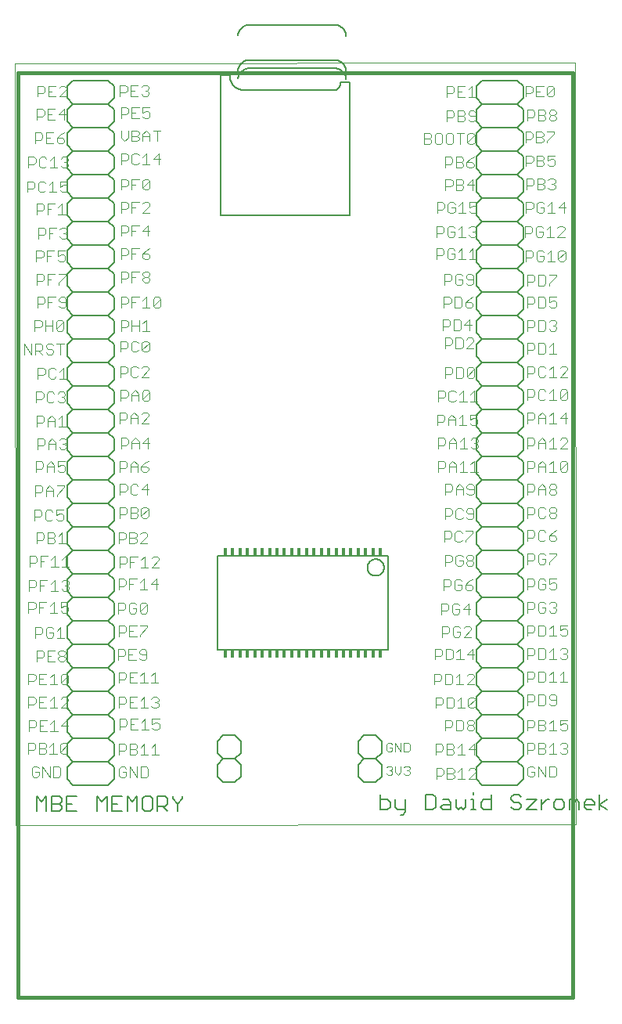
<source format=gto>
G75*
%MOIN*%
%OFA0B0*%
%FSLAX25Y25*%
%IPPOS*%
%LPD*%
%AMOC8*
5,1,8,0,0,1.08239X$1,22.5*
%
%ADD10C,0.00000*%
%ADD11C,0.00300*%
%ADD12C,0.00400*%
%ADD13C,0.00600*%
%ADD14C,0.00500*%
%ADD15R,0.01772X0.03543*%
%ADD16C,0.01600*%
D10*
X0002707Y0075410D02*
X0002407Y0399711D01*
X0241028Y0400011D01*
X0241328Y0075710D01*
X0002707Y0075410D01*
D11*
X0160760Y0097353D02*
X0161377Y0096736D01*
X0162612Y0096736D01*
X0163229Y0097353D01*
X0163229Y0097970D01*
X0162612Y0098587D01*
X0161995Y0098587D01*
X0162612Y0098587D02*
X0163229Y0099205D01*
X0163229Y0099822D01*
X0162612Y0100439D01*
X0161377Y0100439D01*
X0160760Y0099822D01*
X0164443Y0100439D02*
X0164443Y0097970D01*
X0165678Y0096736D01*
X0166912Y0097970D01*
X0166912Y0100439D01*
X0168127Y0099822D02*
X0168744Y0100439D01*
X0169978Y0100439D01*
X0170595Y0099822D01*
X0170595Y0099205D01*
X0169978Y0098587D01*
X0170595Y0097970D01*
X0170595Y0097353D01*
X0169978Y0096736D01*
X0168744Y0096736D01*
X0168127Y0097353D01*
X0169361Y0098587D02*
X0169978Y0098587D01*
X0169978Y0106578D02*
X0168127Y0106578D01*
X0168127Y0110282D01*
X0169978Y0110282D01*
X0170595Y0109664D01*
X0170595Y0107196D01*
X0169978Y0106578D01*
X0166912Y0106578D02*
X0166912Y0110282D01*
X0164443Y0110282D02*
X0164443Y0106578D01*
X0163229Y0107196D02*
X0163229Y0108430D01*
X0161995Y0108430D01*
X0163229Y0109664D02*
X0162612Y0110282D01*
X0161377Y0110282D01*
X0160760Y0109664D01*
X0160760Y0107196D01*
X0161377Y0106578D01*
X0162612Y0106578D01*
X0163229Y0107196D01*
X0164443Y0110282D02*
X0166912Y0106578D01*
D12*
X0181848Y0106779D02*
X0184150Y0106779D01*
X0184917Y0107546D01*
X0184917Y0109081D01*
X0184150Y0109848D01*
X0181848Y0109848D01*
X0181848Y0105244D01*
X0186452Y0105244D02*
X0188754Y0105244D01*
X0189521Y0106011D01*
X0189521Y0106779D01*
X0188754Y0107546D01*
X0186452Y0107546D01*
X0186452Y0105244D02*
X0186452Y0109848D01*
X0188754Y0109848D01*
X0189521Y0109081D01*
X0189521Y0108313D01*
X0188754Y0107546D01*
X0191056Y0108313D02*
X0192591Y0109848D01*
X0192591Y0105244D01*
X0194125Y0105244D02*
X0191056Y0105244D01*
X0195660Y0107546D02*
X0198729Y0107546D01*
X0197962Y0105244D02*
X0197962Y0109848D01*
X0195660Y0107546D01*
X0195776Y0115487D02*
X0195009Y0116254D01*
X0195009Y0117021D01*
X0195776Y0117789D01*
X0197311Y0117789D01*
X0198078Y0117021D01*
X0198078Y0116254D01*
X0197311Y0115487D01*
X0195776Y0115487D01*
X0195776Y0117789D02*
X0195009Y0118556D01*
X0195009Y0119323D01*
X0195776Y0120091D01*
X0197311Y0120091D01*
X0198078Y0119323D01*
X0198078Y0118556D01*
X0197311Y0117789D01*
X0193474Y0116254D02*
X0193474Y0119323D01*
X0192707Y0120091D01*
X0190405Y0120091D01*
X0190405Y0115487D01*
X0192707Y0115487D01*
X0193474Y0116254D01*
X0188870Y0117789D02*
X0188103Y0117021D01*
X0185801Y0117021D01*
X0185801Y0115487D02*
X0185801Y0120091D01*
X0188103Y0120091D01*
X0188870Y0119323D01*
X0188870Y0117789D01*
X0188654Y0125129D02*
X0186352Y0125129D01*
X0186352Y0129733D01*
X0188654Y0129733D01*
X0189421Y0128966D01*
X0189421Y0125896D01*
X0188654Y0125129D01*
X0190956Y0125129D02*
X0194025Y0125129D01*
X0192491Y0125129D02*
X0192491Y0129733D01*
X0190956Y0128198D01*
X0195560Y0128966D02*
X0196327Y0129733D01*
X0197862Y0129733D01*
X0198629Y0128966D01*
X0195560Y0125896D01*
X0196327Y0125129D01*
X0197862Y0125129D01*
X0198629Y0125896D01*
X0198629Y0128966D01*
X0195560Y0128966D02*
X0195560Y0125896D01*
X0194960Y0135156D02*
X0198029Y0138225D01*
X0198029Y0138993D01*
X0197262Y0139760D01*
X0195727Y0139760D01*
X0194960Y0138993D01*
X0194960Y0135156D02*
X0198029Y0135156D01*
X0193425Y0135156D02*
X0190356Y0135156D01*
X0191891Y0135156D02*
X0191891Y0139760D01*
X0190356Y0138225D01*
X0188821Y0138993D02*
X0188821Y0135923D01*
X0188054Y0135156D01*
X0185752Y0135156D01*
X0185752Y0139760D01*
X0188054Y0139760D01*
X0188821Y0138993D01*
X0188254Y0145798D02*
X0185952Y0145798D01*
X0185952Y0150402D01*
X0188254Y0150402D01*
X0189021Y0149635D01*
X0189021Y0146566D01*
X0188254Y0145798D01*
X0190556Y0145798D02*
X0193625Y0145798D01*
X0192091Y0145798D02*
X0192091Y0150402D01*
X0190556Y0148868D01*
X0195160Y0148100D02*
X0198229Y0148100D01*
X0197462Y0145798D02*
X0197462Y0150402D01*
X0195160Y0148100D01*
X0193709Y0155441D02*
X0196778Y0158510D01*
X0196778Y0159278D01*
X0196011Y0160045D01*
X0194476Y0160045D01*
X0193709Y0159278D01*
X0192174Y0159278D02*
X0191407Y0160045D01*
X0189872Y0160045D01*
X0189105Y0159278D01*
X0189105Y0156208D01*
X0189872Y0155441D01*
X0191407Y0155441D01*
X0192174Y0156208D01*
X0192174Y0157743D01*
X0190639Y0157743D01*
X0187570Y0157743D02*
X0187570Y0159278D01*
X0186803Y0160045D01*
X0184501Y0160045D01*
X0184501Y0155441D01*
X0184501Y0156976D02*
X0186803Y0156976D01*
X0187570Y0157743D01*
X0193709Y0155441D02*
X0196778Y0155441D01*
X0195611Y0165083D02*
X0195611Y0169687D01*
X0193309Y0167385D01*
X0196378Y0167385D01*
X0191774Y0167385D02*
X0191774Y0165851D01*
X0191007Y0165083D01*
X0189472Y0165083D01*
X0188705Y0165851D01*
X0188705Y0168920D01*
X0189472Y0169687D01*
X0191007Y0169687D01*
X0191774Y0168920D01*
X0191774Y0167385D02*
X0190239Y0167385D01*
X0187170Y0167385D02*
X0186403Y0166618D01*
X0184101Y0166618D01*
X0184101Y0165083D02*
X0184101Y0169687D01*
X0186403Y0169687D01*
X0187170Y0168920D01*
X0187170Y0167385D01*
X0185101Y0175326D02*
X0185101Y0179930D01*
X0187403Y0179930D01*
X0188170Y0179163D01*
X0188170Y0177628D01*
X0187403Y0176861D01*
X0185101Y0176861D01*
X0189705Y0176093D02*
X0190472Y0175326D01*
X0192007Y0175326D01*
X0192774Y0176093D01*
X0192774Y0177628D01*
X0191239Y0177628D01*
X0189705Y0179163D02*
X0190472Y0179930D01*
X0192007Y0179930D01*
X0192774Y0179163D01*
X0194309Y0177628D02*
X0196611Y0177628D01*
X0197378Y0176861D01*
X0197378Y0176093D01*
X0196611Y0175326D01*
X0195076Y0175326D01*
X0194309Y0176093D01*
X0194309Y0177628D01*
X0195843Y0179163D01*
X0197378Y0179930D01*
X0197111Y0185753D02*
X0195576Y0185753D01*
X0194809Y0186520D01*
X0194809Y0187287D01*
X0195576Y0188055D01*
X0197111Y0188055D01*
X0197878Y0187287D01*
X0197878Y0186520D01*
X0197111Y0185753D01*
X0197111Y0188055D02*
X0197878Y0188822D01*
X0197878Y0189589D01*
X0197111Y0190357D01*
X0195576Y0190357D01*
X0194809Y0189589D01*
X0194809Y0188822D01*
X0195576Y0188055D01*
X0193274Y0188055D02*
X0193274Y0186520D01*
X0192507Y0185753D01*
X0190972Y0185753D01*
X0190205Y0186520D01*
X0190205Y0189589D01*
X0190972Y0190357D01*
X0192507Y0190357D01*
X0193274Y0189589D01*
X0193274Y0188055D02*
X0191739Y0188055D01*
X0188670Y0188055D02*
X0187903Y0187287D01*
X0185601Y0187287D01*
X0185601Y0185753D02*
X0185601Y0190357D01*
X0187903Y0190357D01*
X0188670Y0189589D01*
X0188670Y0188055D01*
X0190672Y0195895D02*
X0192207Y0195895D01*
X0192974Y0196663D01*
X0194509Y0196663D02*
X0194509Y0195895D01*
X0194509Y0196663D02*
X0197578Y0199732D01*
X0197578Y0200499D01*
X0194509Y0200499D01*
X0192974Y0199732D02*
X0192207Y0200499D01*
X0190672Y0200499D01*
X0189905Y0199732D01*
X0189905Y0196663D01*
X0190672Y0195895D01*
X0188370Y0198197D02*
X0187603Y0197430D01*
X0185301Y0197430D01*
X0185301Y0195895D02*
X0185301Y0200499D01*
X0187603Y0200499D01*
X0188370Y0199732D01*
X0188370Y0198197D01*
X0190972Y0205538D02*
X0192507Y0205538D01*
X0193274Y0206305D01*
X0194809Y0206305D02*
X0195576Y0205538D01*
X0197111Y0205538D01*
X0197878Y0206305D01*
X0197878Y0209374D01*
X0197111Y0210142D01*
X0195576Y0210142D01*
X0194809Y0209374D01*
X0194809Y0208607D01*
X0195576Y0207840D01*
X0197878Y0207840D01*
X0193274Y0209374D02*
X0192507Y0210142D01*
X0190972Y0210142D01*
X0190205Y0209374D01*
X0190205Y0206305D01*
X0190972Y0205538D01*
X0188670Y0207840D02*
X0188670Y0209374D01*
X0187903Y0210142D01*
X0185601Y0210142D01*
X0185601Y0205538D01*
X0185601Y0207072D02*
X0187903Y0207072D01*
X0188670Y0207840D01*
X0190289Y0215880D02*
X0190289Y0218950D01*
X0191824Y0220484D01*
X0193358Y0218950D01*
X0193358Y0215880D01*
X0194893Y0216648D02*
X0195660Y0215880D01*
X0197195Y0215880D01*
X0197962Y0216648D01*
X0197962Y0219717D01*
X0197195Y0220484D01*
X0195660Y0220484D01*
X0194893Y0219717D01*
X0194893Y0218950D01*
X0195660Y0218182D01*
X0197962Y0218182D01*
X0193358Y0218182D02*
X0190289Y0218182D01*
X0188754Y0218182D02*
X0187987Y0217415D01*
X0185685Y0217415D01*
X0185685Y0215880D02*
X0185685Y0220484D01*
X0187987Y0220484D01*
X0188754Y0219717D01*
X0188754Y0218182D01*
X0187336Y0225723D02*
X0187336Y0228792D01*
X0188871Y0230327D01*
X0190405Y0228792D01*
X0190405Y0225723D01*
X0191940Y0225723D02*
X0195009Y0225723D01*
X0193475Y0225723D02*
X0193475Y0230327D01*
X0191940Y0228792D01*
X0190405Y0228025D02*
X0187336Y0228025D01*
X0185802Y0228025D02*
X0185802Y0229559D01*
X0185034Y0230327D01*
X0182732Y0230327D01*
X0182732Y0225723D01*
X0182732Y0227257D02*
X0185034Y0227257D01*
X0185802Y0228025D01*
X0187454Y0235565D02*
X0187454Y0238635D01*
X0188989Y0240169D01*
X0190524Y0238635D01*
X0190524Y0235565D01*
X0192058Y0235565D02*
X0195128Y0235565D01*
X0193593Y0235565D02*
X0193593Y0240169D01*
X0192058Y0238635D01*
X0190524Y0237867D02*
X0187454Y0237867D01*
X0185920Y0237867D02*
X0185152Y0237100D01*
X0182850Y0237100D01*
X0182850Y0235565D02*
X0182850Y0240169D01*
X0185152Y0240169D01*
X0185920Y0239402D01*
X0185920Y0237867D01*
X0187052Y0245492D02*
X0187052Y0248561D01*
X0188587Y0250096D01*
X0190121Y0248561D01*
X0190121Y0245492D01*
X0191656Y0245492D02*
X0194725Y0245492D01*
X0193191Y0245492D02*
X0193191Y0250096D01*
X0191656Y0248561D01*
X0190121Y0247794D02*
X0187052Y0247794D01*
X0185517Y0247794D02*
X0184750Y0247027D01*
X0182448Y0247027D01*
X0182448Y0245492D02*
X0182448Y0250096D01*
X0184750Y0250096D01*
X0185517Y0249329D01*
X0185517Y0247794D01*
X0188019Y0255635D02*
X0189554Y0255635D01*
X0190321Y0256402D01*
X0191856Y0255635D02*
X0194925Y0255635D01*
X0193391Y0255635D02*
X0193391Y0260239D01*
X0191856Y0258704D01*
X0190321Y0259471D02*
X0189554Y0260239D01*
X0188019Y0260239D01*
X0187252Y0259471D01*
X0187252Y0256402D01*
X0188019Y0255635D01*
X0185717Y0257937D02*
X0185717Y0259471D01*
X0184950Y0260239D01*
X0182648Y0260239D01*
X0182648Y0255635D01*
X0182648Y0257169D02*
X0184950Y0257169D01*
X0185717Y0257937D01*
X0185801Y0265677D02*
X0185801Y0270281D01*
X0188103Y0270281D01*
X0188870Y0269514D01*
X0188870Y0267979D01*
X0188103Y0267212D01*
X0185801Y0267212D01*
X0190405Y0265677D02*
X0192707Y0265677D01*
X0193474Y0266444D01*
X0193474Y0269514D01*
X0192707Y0270281D01*
X0190405Y0270281D01*
X0190405Y0265677D01*
X0195009Y0266444D02*
X0198078Y0269514D01*
X0198078Y0266444D01*
X0197311Y0265677D01*
X0195776Y0265677D01*
X0195009Y0266444D01*
X0195009Y0269514D01*
X0195776Y0270281D01*
X0197311Y0270281D01*
X0198078Y0269514D01*
X0197878Y0278220D02*
X0194809Y0278220D01*
X0197878Y0281289D01*
X0197878Y0282056D01*
X0197111Y0282824D01*
X0195576Y0282824D01*
X0194809Y0282056D01*
X0193274Y0282056D02*
X0192507Y0282824D01*
X0190205Y0282824D01*
X0190205Y0278220D01*
X0192507Y0278220D01*
X0193274Y0278987D01*
X0193274Y0282056D01*
X0191607Y0285962D02*
X0192374Y0286730D01*
X0192374Y0289799D01*
X0191607Y0290566D01*
X0189305Y0290566D01*
X0189305Y0285962D01*
X0191607Y0285962D01*
X0193909Y0288264D02*
X0196978Y0288264D01*
X0196211Y0285962D02*
X0196211Y0290566D01*
X0193909Y0288264D01*
X0195176Y0295605D02*
X0196711Y0295605D01*
X0197478Y0296372D01*
X0197478Y0297139D01*
X0196711Y0297907D01*
X0194409Y0297907D01*
X0194409Y0296372D01*
X0195176Y0295605D01*
X0194409Y0297907D02*
X0195943Y0299441D01*
X0197478Y0300209D01*
X0192874Y0299441D02*
X0192107Y0300209D01*
X0189805Y0300209D01*
X0189805Y0295605D01*
X0192107Y0295605D01*
X0192874Y0296372D01*
X0192874Y0299441D01*
X0188270Y0299441D02*
X0188270Y0297907D01*
X0187503Y0297139D01*
X0185201Y0297139D01*
X0185201Y0295605D02*
X0185201Y0300209D01*
X0187503Y0300209D01*
X0188270Y0299441D01*
X0190772Y0305331D02*
X0192307Y0305331D01*
X0193074Y0306099D01*
X0193074Y0307633D01*
X0191539Y0307633D01*
X0190005Y0306099D02*
X0190772Y0305331D01*
X0190005Y0306099D02*
X0190005Y0309168D01*
X0190772Y0309935D01*
X0192307Y0309935D01*
X0193074Y0309168D01*
X0194609Y0309168D02*
X0194609Y0308401D01*
X0195376Y0307633D01*
X0197678Y0307633D01*
X0197678Y0306099D02*
X0197678Y0309168D01*
X0196911Y0309935D01*
X0195376Y0309935D01*
X0194609Y0309168D01*
X0194609Y0306099D02*
X0195376Y0305331D01*
X0196911Y0305331D01*
X0197678Y0306099D01*
X0197494Y0316274D02*
X0197494Y0320878D01*
X0195960Y0319343D01*
X0195960Y0316274D02*
X0199029Y0316274D01*
X0194425Y0316274D02*
X0191356Y0316274D01*
X0192891Y0316274D02*
X0192891Y0320878D01*
X0191356Y0319343D01*
X0189821Y0318576D02*
X0188287Y0318576D01*
X0189821Y0318576D02*
X0189821Y0317041D01*
X0189054Y0316274D01*
X0187519Y0316274D01*
X0186752Y0317041D01*
X0186752Y0320111D01*
X0187519Y0320878D01*
X0189054Y0320878D01*
X0189821Y0320111D01*
X0185217Y0320111D02*
X0185217Y0318576D01*
X0184450Y0317809D01*
X0182148Y0317809D01*
X0182148Y0316274D02*
X0182148Y0320878D01*
X0184450Y0320878D01*
X0185217Y0320111D01*
X0187435Y0325717D02*
X0186668Y0326484D01*
X0186668Y0329553D01*
X0187435Y0330320D01*
X0188970Y0330320D01*
X0189737Y0329553D01*
X0189737Y0328018D02*
X0188202Y0328018D01*
X0189737Y0328018D02*
X0189737Y0326484D01*
X0188970Y0325717D01*
X0187435Y0325717D01*
X0185133Y0328018D02*
X0184366Y0327251D01*
X0182064Y0327251D01*
X0182064Y0325717D02*
X0182064Y0330320D01*
X0184366Y0330320D01*
X0185133Y0329553D01*
X0185133Y0328018D01*
X0191272Y0328786D02*
X0192806Y0330320D01*
X0192806Y0325717D01*
X0191272Y0325717D02*
X0194341Y0325717D01*
X0195876Y0326484D02*
X0196643Y0325717D01*
X0198178Y0325717D01*
X0198945Y0326484D01*
X0198945Y0327251D01*
X0198178Y0328018D01*
X0197410Y0328018D01*
X0198178Y0328018D02*
X0198945Y0328786D01*
X0198945Y0329553D01*
X0198178Y0330320D01*
X0196643Y0330320D01*
X0195876Y0329553D01*
X0196843Y0335859D02*
X0196076Y0336626D01*
X0196843Y0335859D02*
X0198378Y0335859D01*
X0199145Y0336626D01*
X0199145Y0338161D01*
X0198378Y0338928D01*
X0197610Y0338928D01*
X0196076Y0338161D01*
X0196076Y0340463D01*
X0199145Y0340463D01*
X0197411Y0345702D02*
X0197411Y0350305D01*
X0195109Y0348004D01*
X0198178Y0348004D01*
X0193574Y0348771D02*
X0192807Y0348004D01*
X0190505Y0348004D01*
X0188970Y0348004D02*
X0188203Y0347236D01*
X0185901Y0347236D01*
X0185901Y0345702D02*
X0185901Y0350305D01*
X0188203Y0350305D01*
X0188970Y0349538D01*
X0188970Y0348004D01*
X0190505Y0345702D02*
X0190505Y0350305D01*
X0192807Y0350305D01*
X0193574Y0349538D01*
X0193574Y0348771D01*
X0192807Y0348004D02*
X0193574Y0347236D01*
X0193574Y0346469D01*
X0192807Y0345702D01*
X0190505Y0345702D01*
X0189170Y0340463D02*
X0187635Y0340463D01*
X0186868Y0339696D01*
X0186868Y0336626D01*
X0187635Y0335859D01*
X0189170Y0335859D01*
X0189937Y0336626D01*
X0189937Y0338161D01*
X0188402Y0338161D01*
X0189937Y0339696D02*
X0189170Y0340463D01*
X0191472Y0338928D02*
X0193006Y0340463D01*
X0193006Y0335859D01*
X0191472Y0335859D02*
X0194541Y0335859D01*
X0185333Y0338161D02*
X0184566Y0337394D01*
X0182264Y0337394D01*
X0182264Y0335859D02*
X0182264Y0340463D01*
X0184566Y0340463D01*
X0185333Y0339696D01*
X0185333Y0338161D01*
X0185701Y0355244D02*
X0185701Y0359848D01*
X0188003Y0359848D01*
X0188770Y0359081D01*
X0188770Y0357546D01*
X0188003Y0356779D01*
X0185701Y0356779D01*
X0190305Y0357546D02*
X0192607Y0357546D01*
X0193374Y0356779D01*
X0193374Y0356011D01*
X0192607Y0355244D01*
X0190305Y0355244D01*
X0190305Y0359848D01*
X0192607Y0359848D01*
X0193374Y0359081D01*
X0193374Y0358313D01*
X0192607Y0357546D01*
X0194909Y0357546D02*
X0197211Y0357546D01*
X0197978Y0356779D01*
X0197978Y0356011D01*
X0197211Y0355244D01*
X0195676Y0355244D01*
X0194909Y0356011D01*
X0194909Y0357546D01*
X0196443Y0359081D01*
X0197978Y0359848D01*
X0197538Y0365306D02*
X0196003Y0365306D01*
X0195236Y0366073D01*
X0198305Y0369142D01*
X0198305Y0366073D01*
X0197538Y0365306D01*
X0195236Y0366073D02*
X0195236Y0369142D01*
X0196003Y0369909D01*
X0197538Y0369909D01*
X0198305Y0369142D01*
X0197895Y0374929D02*
X0196360Y0374929D01*
X0195593Y0375696D01*
X0194058Y0375696D02*
X0193291Y0374929D01*
X0190989Y0374929D01*
X0190989Y0379533D01*
X0193291Y0379533D01*
X0194058Y0378766D01*
X0194058Y0377998D01*
X0193291Y0377231D01*
X0190989Y0377231D01*
X0189454Y0377231D02*
X0188687Y0376464D01*
X0186385Y0376464D01*
X0186385Y0374929D02*
X0186385Y0379533D01*
X0188687Y0379533D01*
X0189454Y0378766D01*
X0189454Y0377231D01*
X0193291Y0377231D02*
X0194058Y0376464D01*
X0194058Y0375696D01*
X0196360Y0377231D02*
X0198662Y0377231D01*
X0198662Y0375696D02*
X0198662Y0378766D01*
X0197895Y0379533D01*
X0196360Y0379533D01*
X0195593Y0378766D01*
X0195593Y0377998D01*
X0196360Y0377231D01*
X0197895Y0374929D02*
X0198662Y0375696D01*
X0193702Y0369909D02*
X0190632Y0369909D01*
X0192167Y0369909D02*
X0192167Y0365306D01*
X0189098Y0366073D02*
X0189098Y0369142D01*
X0188330Y0369909D01*
X0186796Y0369909D01*
X0186028Y0369142D01*
X0186028Y0366073D01*
X0186796Y0365306D01*
X0188330Y0365306D01*
X0189098Y0366073D01*
X0184494Y0366073D02*
X0184494Y0369142D01*
X0183726Y0369909D01*
X0182192Y0369909D01*
X0181424Y0369142D01*
X0181424Y0366073D01*
X0182192Y0365306D01*
X0183726Y0365306D01*
X0184494Y0366073D01*
X0179890Y0366073D02*
X0179122Y0365306D01*
X0176820Y0365306D01*
X0176820Y0369909D01*
X0179122Y0369909D01*
X0179890Y0369142D01*
X0179890Y0368375D01*
X0179122Y0367607D01*
X0176820Y0367607D01*
X0179122Y0367607D02*
X0179890Y0366840D01*
X0179890Y0366073D01*
X0186472Y0385418D02*
X0186472Y0390022D01*
X0188774Y0390022D01*
X0189542Y0389255D01*
X0189542Y0387720D01*
X0188774Y0386953D01*
X0186472Y0386953D01*
X0191076Y0387720D02*
X0192611Y0387720D01*
X0191076Y0385418D02*
X0194146Y0385418D01*
X0195680Y0385418D02*
X0198750Y0385418D01*
X0197215Y0385418D02*
X0197215Y0390022D01*
X0195680Y0388487D01*
X0194146Y0390022D02*
X0191076Y0390022D01*
X0191076Y0385418D01*
X0219934Y0385456D02*
X0219934Y0390060D01*
X0222236Y0390060D01*
X0223003Y0389293D01*
X0223003Y0387758D01*
X0222236Y0386991D01*
X0219934Y0386991D01*
X0220734Y0379817D02*
X0223036Y0379817D01*
X0223803Y0379050D01*
X0223803Y0377515D01*
X0223036Y0376748D01*
X0220734Y0376748D01*
X0220734Y0375213D02*
X0220734Y0379817D01*
X0225338Y0379817D02*
X0225338Y0375213D01*
X0227640Y0375213D01*
X0228407Y0375981D01*
X0228407Y0376748D01*
X0227640Y0377515D01*
X0225338Y0377515D01*
X0227640Y0377515D02*
X0228407Y0378283D01*
X0228407Y0379050D01*
X0227640Y0379817D01*
X0225338Y0379817D01*
X0224538Y0385456D02*
X0227607Y0385456D01*
X0229142Y0386223D02*
X0229142Y0389293D01*
X0229909Y0390060D01*
X0231444Y0390060D01*
X0232211Y0389293D01*
X0229142Y0386223D01*
X0229909Y0385456D01*
X0231444Y0385456D01*
X0232211Y0386223D01*
X0232211Y0389293D01*
X0227607Y0390060D02*
X0224538Y0390060D01*
X0224538Y0385456D01*
X0224538Y0387758D02*
X0226072Y0387758D01*
X0230709Y0379817D02*
X0229942Y0379050D01*
X0229942Y0378283D01*
X0230709Y0377515D01*
X0232244Y0377515D01*
X0233011Y0376748D01*
X0233011Y0375981D01*
X0232244Y0375213D01*
X0230709Y0375213D01*
X0229942Y0375981D01*
X0229942Y0376748D01*
X0230709Y0377515D01*
X0232244Y0377515D02*
X0233011Y0378283D01*
X0233011Y0379050D01*
X0232244Y0379817D01*
X0230709Y0379817D01*
X0232211Y0370475D02*
X0229142Y0370475D01*
X0227607Y0369707D02*
X0227607Y0368940D01*
X0226840Y0368173D01*
X0224538Y0368173D01*
X0223003Y0368173D02*
X0222236Y0367405D01*
X0219934Y0367405D01*
X0219934Y0365871D02*
X0219934Y0370475D01*
X0222236Y0370475D01*
X0223003Y0369707D01*
X0223003Y0368173D01*
X0224538Y0365871D02*
X0224538Y0370475D01*
X0226840Y0370475D01*
X0227607Y0369707D01*
X0226840Y0368173D02*
X0227607Y0367405D01*
X0227607Y0366638D01*
X0226840Y0365871D01*
X0224538Y0365871D01*
X0224838Y0360448D02*
X0227140Y0360448D01*
X0227907Y0359681D01*
X0227907Y0358913D01*
X0227140Y0358146D01*
X0224838Y0358146D01*
X0223303Y0358146D02*
X0223303Y0359681D01*
X0222536Y0360448D01*
X0220234Y0360448D01*
X0220234Y0355844D01*
X0220234Y0357379D02*
X0222536Y0357379D01*
X0223303Y0358146D01*
X0224838Y0355844D02*
X0224838Y0360448D01*
X0227140Y0358146D02*
X0227907Y0357379D01*
X0227907Y0356611D01*
X0227140Y0355844D01*
X0224838Y0355844D01*
X0224954Y0350605D02*
X0227255Y0350605D01*
X0228023Y0349838D01*
X0228023Y0349071D01*
X0227255Y0348304D01*
X0224954Y0348304D01*
X0223419Y0348304D02*
X0222652Y0347536D01*
X0220350Y0347536D01*
X0220350Y0346002D02*
X0220350Y0350605D01*
X0222652Y0350605D01*
X0223419Y0349838D01*
X0223419Y0348304D01*
X0224954Y0346002D02*
X0224954Y0350605D01*
X0227255Y0348304D02*
X0228023Y0347536D01*
X0228023Y0346769D01*
X0227255Y0346002D01*
X0224954Y0346002D01*
X0225621Y0340563D02*
X0224854Y0339796D01*
X0224854Y0336726D01*
X0225621Y0335959D01*
X0227155Y0335959D01*
X0227923Y0336726D01*
X0227923Y0338261D01*
X0226388Y0338261D01*
X0227923Y0339796D02*
X0227155Y0340563D01*
X0225621Y0340563D01*
X0223319Y0339796D02*
X0223319Y0338261D01*
X0222552Y0337494D01*
X0220250Y0337494D01*
X0220250Y0335959D02*
X0220250Y0340563D01*
X0222552Y0340563D01*
X0223319Y0339796D01*
X0222052Y0330320D02*
X0219750Y0330320D01*
X0219750Y0325717D01*
X0219750Y0327251D02*
X0222052Y0327251D01*
X0222819Y0328018D01*
X0222819Y0329553D01*
X0222052Y0330320D01*
X0224354Y0329553D02*
X0224354Y0326484D01*
X0225121Y0325717D01*
X0226655Y0325717D01*
X0227423Y0326484D01*
X0227423Y0328018D01*
X0225888Y0328018D01*
X0224354Y0329553D02*
X0225121Y0330320D01*
X0226655Y0330320D01*
X0227423Y0329553D01*
X0228957Y0328786D02*
X0230492Y0330320D01*
X0230492Y0325717D01*
X0228957Y0325717D02*
X0232027Y0325717D01*
X0233561Y0325717D02*
X0236631Y0328786D01*
X0236631Y0329553D01*
X0235863Y0330320D01*
X0234329Y0330320D01*
X0233561Y0329553D01*
X0233561Y0325717D02*
X0236631Y0325717D01*
X0236200Y0320007D02*
X0236967Y0319240D01*
X0233898Y0316170D01*
X0234665Y0315403D01*
X0236200Y0315403D01*
X0236967Y0316170D01*
X0236967Y0319240D01*
X0236200Y0320007D02*
X0234665Y0320007D01*
X0233898Y0319240D01*
X0233898Y0316170D01*
X0232363Y0315403D02*
X0229294Y0315403D01*
X0230828Y0315403D02*
X0230828Y0320007D01*
X0229294Y0318472D01*
X0227759Y0317705D02*
X0227759Y0316170D01*
X0226992Y0315403D01*
X0225457Y0315403D01*
X0224690Y0316170D01*
X0224690Y0319240D01*
X0225457Y0320007D01*
X0226992Y0320007D01*
X0227759Y0319240D01*
X0227759Y0317705D02*
X0226224Y0317705D01*
X0223155Y0317705D02*
X0222388Y0316938D01*
X0220086Y0316938D01*
X0220086Y0315403D02*
X0220086Y0320007D01*
X0222388Y0320007D01*
X0223155Y0319240D01*
X0223155Y0317705D01*
X0223154Y0309670D02*
X0220852Y0309670D01*
X0220852Y0305066D01*
X0220852Y0306601D02*
X0223154Y0306601D01*
X0223921Y0307368D01*
X0223921Y0308903D01*
X0223154Y0309670D01*
X0225456Y0309670D02*
X0225456Y0305066D01*
X0227758Y0305066D01*
X0228525Y0305833D01*
X0228525Y0308903D01*
X0227758Y0309670D01*
X0225456Y0309670D01*
X0230060Y0309670D02*
X0233129Y0309670D01*
X0233129Y0308903D01*
X0230060Y0305833D01*
X0230060Y0305066D01*
X0230057Y0300209D02*
X0230057Y0297907D01*
X0231592Y0298674D01*
X0232359Y0298674D01*
X0233127Y0297907D01*
X0233127Y0296372D01*
X0232359Y0295605D01*
X0230825Y0295605D01*
X0230057Y0296372D01*
X0228523Y0296372D02*
X0227755Y0295605D01*
X0225454Y0295605D01*
X0225454Y0300209D01*
X0227755Y0300209D01*
X0228523Y0299441D01*
X0228523Y0296372D01*
X0230057Y0300209D02*
X0233127Y0300209D01*
X0232359Y0290366D02*
X0230825Y0290366D01*
X0230057Y0289599D01*
X0228523Y0289599D02*
X0228523Y0286530D01*
X0227755Y0285762D01*
X0225454Y0285762D01*
X0225454Y0290366D01*
X0227755Y0290366D01*
X0228523Y0289599D01*
X0230057Y0286530D02*
X0230825Y0285762D01*
X0232359Y0285762D01*
X0233127Y0286530D01*
X0233127Y0287297D01*
X0232359Y0288064D01*
X0231592Y0288064D01*
X0232359Y0288064D02*
X0233127Y0288831D01*
X0233127Y0289599D01*
X0232359Y0290366D01*
X0231592Y0280524D02*
X0231592Y0275920D01*
X0230057Y0275920D02*
X0233127Y0275920D01*
X0230057Y0278989D02*
X0231592Y0280524D01*
X0228523Y0279756D02*
X0228523Y0276687D01*
X0227755Y0275920D01*
X0225454Y0275920D01*
X0225454Y0280524D01*
X0227755Y0280524D01*
X0228523Y0279756D01*
X0223919Y0279756D02*
X0223919Y0278222D01*
X0223152Y0277454D01*
X0220850Y0277454D01*
X0220850Y0275920D02*
X0220850Y0280524D01*
X0223152Y0280524D01*
X0223919Y0279756D01*
X0223152Y0287297D02*
X0220850Y0287297D01*
X0220850Y0285762D02*
X0220850Y0290366D01*
X0223152Y0290366D01*
X0223919Y0289599D01*
X0223919Y0288064D01*
X0223152Y0287297D01*
X0220850Y0295605D02*
X0220850Y0300209D01*
X0223152Y0300209D01*
X0223919Y0299441D01*
X0223919Y0297907D01*
X0223152Y0297139D01*
X0220850Y0297139D01*
X0220850Y0270681D02*
X0223152Y0270681D01*
X0223919Y0269914D01*
X0223919Y0268379D01*
X0223152Y0267612D01*
X0220850Y0267612D01*
X0220850Y0266077D02*
X0220850Y0270681D01*
X0225454Y0269914D02*
X0225454Y0266844D01*
X0226221Y0266077D01*
X0227755Y0266077D01*
X0228523Y0266844D01*
X0230057Y0266077D02*
X0233127Y0266077D01*
X0234661Y0266077D02*
X0237731Y0269146D01*
X0237731Y0269914D01*
X0236963Y0270681D01*
X0235429Y0270681D01*
X0234661Y0269914D01*
X0231592Y0270681D02*
X0231592Y0266077D01*
X0234661Y0266077D02*
X0237731Y0266077D01*
X0236963Y0260839D02*
X0235429Y0260839D01*
X0234661Y0260071D01*
X0234661Y0257002D01*
X0237731Y0260071D01*
X0237731Y0257002D01*
X0236963Y0256235D01*
X0235429Y0256235D01*
X0234661Y0257002D01*
X0233127Y0256235D02*
X0230057Y0256235D01*
X0231592Y0256235D02*
X0231592Y0260839D01*
X0230057Y0259304D01*
X0228523Y0260071D02*
X0227755Y0260839D01*
X0226221Y0260839D01*
X0225454Y0260071D01*
X0225454Y0257002D01*
X0226221Y0256235D01*
X0227755Y0256235D01*
X0228523Y0257002D01*
X0223919Y0258537D02*
X0223919Y0260071D01*
X0223152Y0260839D01*
X0220850Y0260839D01*
X0220850Y0256235D01*
X0220850Y0257769D02*
X0223152Y0257769D01*
X0223919Y0258537D01*
X0223152Y0250996D02*
X0223919Y0250229D01*
X0223919Y0248694D01*
X0223152Y0247927D01*
X0220850Y0247927D01*
X0220850Y0246392D02*
X0220850Y0250996D01*
X0223152Y0250996D01*
X0225454Y0249461D02*
X0226988Y0250996D01*
X0228523Y0249461D01*
X0228523Y0246392D01*
X0230057Y0246392D02*
X0233127Y0246392D01*
X0231592Y0246392D02*
X0231592Y0250996D01*
X0230057Y0249461D01*
X0228523Y0248694D02*
X0225454Y0248694D01*
X0225454Y0249461D02*
X0225454Y0246392D01*
X0226988Y0240169D02*
X0225454Y0238635D01*
X0225454Y0235565D01*
X0225454Y0237867D02*
X0228523Y0237867D01*
X0228523Y0238635D02*
X0228523Y0235565D01*
X0230057Y0235565D02*
X0233127Y0235565D01*
X0234661Y0235565D02*
X0237731Y0238635D01*
X0237731Y0239402D01*
X0236963Y0240169D01*
X0235429Y0240169D01*
X0234661Y0239402D01*
X0231592Y0240169D02*
X0231592Y0235565D01*
X0234661Y0235565D02*
X0237731Y0235565D01*
X0236963Y0230327D02*
X0235429Y0230327D01*
X0234661Y0229559D01*
X0234661Y0226490D01*
X0237731Y0229559D01*
X0237731Y0226490D01*
X0236963Y0225723D01*
X0235429Y0225723D01*
X0234661Y0226490D01*
X0233127Y0225723D02*
X0230057Y0225723D01*
X0228523Y0225723D02*
X0228523Y0228792D01*
X0226988Y0230327D01*
X0225454Y0228792D01*
X0225454Y0225723D01*
X0225454Y0228025D02*
X0228523Y0228025D01*
X0230057Y0228792D02*
X0231592Y0230327D01*
X0231592Y0225723D01*
X0230825Y0220484D02*
X0232359Y0220484D01*
X0233127Y0219717D01*
X0233127Y0218950D01*
X0232359Y0218182D01*
X0230825Y0218182D01*
X0230057Y0218950D01*
X0230057Y0219717D01*
X0230825Y0220484D01*
X0230825Y0218182D02*
X0230057Y0217415D01*
X0230057Y0216648D01*
X0230825Y0215880D01*
X0232359Y0215880D01*
X0233127Y0216648D01*
X0233127Y0217415D01*
X0232359Y0218182D01*
X0228523Y0218182D02*
X0225454Y0218182D01*
X0225454Y0218950D02*
X0226988Y0220484D01*
X0228523Y0218950D01*
X0228523Y0215880D01*
X0225454Y0215880D02*
X0225454Y0218950D01*
X0223919Y0219717D02*
X0223919Y0218182D01*
X0223152Y0217415D01*
X0220850Y0217415D01*
X0220850Y0215880D02*
X0220850Y0220484D01*
X0223152Y0220484D01*
X0223919Y0219717D01*
X0220850Y0225723D02*
X0220850Y0230327D01*
X0223152Y0230327D01*
X0223919Y0229559D01*
X0223919Y0228025D01*
X0223152Y0227257D01*
X0220850Y0227257D01*
X0220850Y0235565D02*
X0220850Y0240169D01*
X0223152Y0240169D01*
X0223919Y0239402D01*
X0223919Y0237867D01*
X0223152Y0237100D01*
X0220850Y0237100D01*
X0226988Y0240169D02*
X0228523Y0238635D01*
X0230057Y0238635D02*
X0231592Y0240169D01*
X0236963Y0246392D02*
X0236963Y0250996D01*
X0234661Y0248694D01*
X0237731Y0248694D01*
X0237731Y0260071D02*
X0236963Y0260839D01*
X0230057Y0269146D02*
X0231592Y0270681D01*
X0228523Y0269914D02*
X0227755Y0270681D01*
X0226221Y0270681D01*
X0225454Y0269914D01*
X0236963Y0230327D02*
X0237731Y0229559D01*
X0232359Y0210642D02*
X0230825Y0210642D01*
X0230057Y0209874D01*
X0230057Y0209107D01*
X0230825Y0208340D01*
X0232359Y0208340D01*
X0233127Y0207572D01*
X0233127Y0206805D01*
X0232359Y0206038D01*
X0230825Y0206038D01*
X0230057Y0206805D01*
X0230057Y0207572D01*
X0230825Y0208340D01*
X0232359Y0208340D02*
X0233127Y0209107D01*
X0233127Y0209874D01*
X0232359Y0210642D01*
X0228523Y0209874D02*
X0227755Y0210642D01*
X0226221Y0210642D01*
X0225454Y0209874D01*
X0225454Y0206805D01*
X0226221Y0206038D01*
X0227755Y0206038D01*
X0228523Y0206805D01*
X0223919Y0208340D02*
X0223919Y0209874D01*
X0223152Y0210642D01*
X0220850Y0210642D01*
X0220850Y0206038D01*
X0220850Y0207572D02*
X0223152Y0207572D01*
X0223919Y0208340D01*
X0223152Y0200799D02*
X0223919Y0200032D01*
X0223919Y0198497D01*
X0223152Y0197730D01*
X0220850Y0197730D01*
X0220850Y0196195D02*
X0220850Y0200799D01*
X0223152Y0200799D01*
X0225454Y0200032D02*
X0225454Y0196963D01*
X0226221Y0196195D01*
X0227755Y0196195D01*
X0228523Y0196963D01*
X0230057Y0196963D02*
X0230825Y0196195D01*
X0232359Y0196195D01*
X0233127Y0196963D01*
X0233127Y0197730D01*
X0232359Y0198497D01*
X0230057Y0198497D01*
X0230057Y0196963D01*
X0230057Y0198497D02*
X0231592Y0200032D01*
X0233127Y0200799D01*
X0228523Y0200032D02*
X0227755Y0200799D01*
X0226221Y0200799D01*
X0225454Y0200032D01*
X0226221Y0190957D02*
X0225454Y0190189D01*
X0225454Y0187120D01*
X0226221Y0186353D01*
X0227755Y0186353D01*
X0228523Y0187120D01*
X0228523Y0188655D01*
X0226988Y0188655D01*
X0228523Y0190189D02*
X0227755Y0190957D01*
X0226221Y0190957D01*
X0223919Y0190189D02*
X0223919Y0188655D01*
X0223152Y0187887D01*
X0220850Y0187887D01*
X0220850Y0186353D02*
X0220850Y0190957D01*
X0223152Y0190957D01*
X0223919Y0190189D01*
X0230057Y0190957D02*
X0233127Y0190957D01*
X0233127Y0190189D01*
X0230057Y0187120D01*
X0230057Y0186353D01*
X0230057Y0180130D02*
X0230057Y0177828D01*
X0231592Y0178595D01*
X0232359Y0178595D01*
X0233127Y0177828D01*
X0233127Y0176293D01*
X0232359Y0175526D01*
X0230825Y0175526D01*
X0230057Y0176293D01*
X0228523Y0176293D02*
X0228523Y0177828D01*
X0226988Y0177828D01*
X0225454Y0179363D02*
X0226221Y0180130D01*
X0227755Y0180130D01*
X0228523Y0179363D01*
X0230057Y0180130D02*
X0233127Y0180130D01*
X0228523Y0176293D02*
X0227755Y0175526D01*
X0226221Y0175526D01*
X0225454Y0176293D01*
X0225454Y0179363D01*
X0223919Y0179363D02*
X0223919Y0177828D01*
X0223152Y0177061D01*
X0220850Y0177061D01*
X0220850Y0175526D02*
X0220850Y0180130D01*
X0223152Y0180130D01*
X0223919Y0179363D01*
X0223152Y0170287D02*
X0220850Y0170287D01*
X0220850Y0165683D01*
X0220850Y0167218D02*
X0223152Y0167218D01*
X0223919Y0167985D01*
X0223919Y0169520D01*
X0223152Y0170287D01*
X0225454Y0169520D02*
X0225454Y0166451D01*
X0226221Y0165683D01*
X0227755Y0165683D01*
X0228523Y0166451D01*
X0228523Y0167985D01*
X0226988Y0167985D01*
X0225454Y0169520D02*
X0226221Y0170287D01*
X0227755Y0170287D01*
X0228523Y0169520D01*
X0230057Y0169520D02*
X0230825Y0170287D01*
X0232359Y0170287D01*
X0233127Y0169520D01*
X0233127Y0168753D01*
X0232359Y0167985D01*
X0233127Y0167218D01*
X0233127Y0166451D01*
X0232359Y0165683D01*
X0230825Y0165683D01*
X0230057Y0166451D01*
X0231592Y0167985D02*
X0232359Y0167985D01*
X0231592Y0160445D02*
X0230057Y0158910D01*
X0228523Y0159678D02*
X0228523Y0156608D01*
X0227755Y0155841D01*
X0225454Y0155841D01*
X0225454Y0160445D01*
X0227755Y0160445D01*
X0228523Y0159678D01*
X0230057Y0155841D02*
X0233127Y0155841D01*
X0231592Y0155841D02*
X0231592Y0160445D01*
X0234661Y0160445D02*
X0234661Y0158143D01*
X0236196Y0158910D01*
X0236963Y0158910D01*
X0237731Y0158143D01*
X0237731Y0156608D01*
X0236963Y0155841D01*
X0235429Y0155841D01*
X0234661Y0156608D01*
X0234661Y0160445D02*
X0237731Y0160445D01*
X0236963Y0150602D02*
X0235429Y0150602D01*
X0234661Y0149835D01*
X0236196Y0148300D02*
X0236963Y0148300D01*
X0237731Y0147533D01*
X0237731Y0146766D01*
X0236963Y0145998D01*
X0235429Y0145998D01*
X0234661Y0146766D01*
X0233127Y0145998D02*
X0230057Y0145998D01*
X0231592Y0145998D02*
X0231592Y0150602D01*
X0230057Y0149068D01*
X0228523Y0149835D02*
X0227755Y0150602D01*
X0225454Y0150602D01*
X0225454Y0145998D01*
X0227755Y0145998D01*
X0228523Y0146766D01*
X0228523Y0149835D01*
X0223919Y0149835D02*
X0223919Y0148300D01*
X0223152Y0147533D01*
X0220850Y0147533D01*
X0220850Y0145998D02*
X0220850Y0150602D01*
X0223152Y0150602D01*
X0223919Y0149835D01*
X0220850Y0155841D02*
X0220850Y0160445D01*
X0223152Y0160445D01*
X0223919Y0159678D01*
X0223919Y0158143D01*
X0223152Y0157376D01*
X0220850Y0157376D01*
X0220850Y0140760D02*
X0223152Y0140760D01*
X0223919Y0139993D01*
X0223919Y0138458D01*
X0223152Y0137691D01*
X0220850Y0137691D01*
X0220850Y0136156D02*
X0220850Y0140760D01*
X0225454Y0140760D02*
X0225454Y0136156D01*
X0227755Y0136156D01*
X0228523Y0136923D01*
X0228523Y0139993D01*
X0227755Y0140760D01*
X0225454Y0140760D01*
X0230057Y0139225D02*
X0231592Y0140760D01*
X0231592Y0136156D01*
X0230057Y0136156D02*
X0233127Y0136156D01*
X0234661Y0136156D02*
X0237731Y0136156D01*
X0236196Y0136156D02*
X0236196Y0140760D01*
X0234661Y0139225D01*
X0232359Y0130917D02*
X0230825Y0130917D01*
X0230057Y0130150D01*
X0230057Y0129383D01*
X0230825Y0128615D01*
X0233127Y0128615D01*
X0233127Y0127081D02*
X0233127Y0130150D01*
X0232359Y0130917D01*
X0233127Y0127081D02*
X0232359Y0126313D01*
X0230825Y0126313D01*
X0230057Y0127081D01*
X0228523Y0127081D02*
X0228523Y0130150D01*
X0227755Y0130917D01*
X0225454Y0130917D01*
X0225454Y0126313D01*
X0227755Y0126313D01*
X0228523Y0127081D01*
X0223919Y0128615D02*
X0223919Y0130150D01*
X0223152Y0130917D01*
X0220850Y0130917D01*
X0220850Y0126313D01*
X0220850Y0127848D02*
X0223152Y0127848D01*
X0223919Y0128615D01*
X0223152Y0120091D02*
X0220850Y0120091D01*
X0220850Y0115487D01*
X0220850Y0117021D02*
X0223152Y0117021D01*
X0223919Y0117789D01*
X0223919Y0119323D01*
X0223152Y0120091D01*
X0225454Y0120091D02*
X0225454Y0115487D01*
X0227755Y0115487D01*
X0228523Y0116254D01*
X0228523Y0117021D01*
X0227755Y0117789D01*
X0225454Y0117789D01*
X0227755Y0117789D02*
X0228523Y0118556D01*
X0228523Y0119323D01*
X0227755Y0120091D01*
X0225454Y0120091D01*
X0230057Y0118556D02*
X0231592Y0120091D01*
X0231592Y0115487D01*
X0230057Y0115487D02*
X0233127Y0115487D01*
X0234661Y0116254D02*
X0235429Y0115487D01*
X0236963Y0115487D01*
X0237731Y0116254D01*
X0237731Y0117789D01*
X0236963Y0118556D01*
X0236196Y0118556D01*
X0234661Y0117789D01*
X0234661Y0120091D01*
X0237731Y0120091D01*
X0236963Y0110248D02*
X0235429Y0110248D01*
X0234661Y0109481D01*
X0236196Y0107946D02*
X0236963Y0107946D01*
X0237731Y0107179D01*
X0237731Y0106411D01*
X0236963Y0105644D01*
X0235429Y0105644D01*
X0234661Y0106411D01*
X0233127Y0105644D02*
X0230057Y0105644D01*
X0231592Y0105644D02*
X0231592Y0110248D01*
X0230057Y0108713D01*
X0228523Y0108713D02*
X0227755Y0107946D01*
X0225454Y0107946D01*
X0223919Y0107946D02*
X0223152Y0107179D01*
X0220850Y0107179D01*
X0220850Y0105644D02*
X0220850Y0110248D01*
X0223152Y0110248D01*
X0223919Y0109481D01*
X0223919Y0107946D01*
X0225454Y0105644D02*
X0227755Y0105644D01*
X0228523Y0106411D01*
X0228523Y0107179D01*
X0227755Y0107946D01*
X0228523Y0108713D02*
X0228523Y0109481D01*
X0227755Y0110248D01*
X0225454Y0110248D01*
X0225454Y0105644D01*
X0225454Y0100405D02*
X0228523Y0095802D01*
X0228523Y0100405D01*
X0230057Y0100405D02*
X0232359Y0100405D01*
X0233127Y0099638D01*
X0233127Y0096569D01*
X0232359Y0095802D01*
X0230057Y0095802D01*
X0230057Y0100405D01*
X0225454Y0100405D02*
X0225454Y0095802D01*
X0223919Y0096569D02*
X0223919Y0098104D01*
X0222384Y0098104D01*
X0220850Y0099638D02*
X0221617Y0100405D01*
X0223152Y0100405D01*
X0223919Y0099638D01*
X0223919Y0096569D02*
X0223152Y0095802D01*
X0221617Y0095802D01*
X0220850Y0096569D01*
X0220850Y0099638D01*
X0236963Y0107946D02*
X0237731Y0108713D01*
X0237731Y0109481D01*
X0236963Y0110248D01*
X0236963Y0148300D02*
X0237731Y0149068D01*
X0237731Y0149835D01*
X0236963Y0150602D01*
X0198062Y0099505D02*
X0196527Y0099505D01*
X0195760Y0098738D01*
X0198062Y0099505D02*
X0198829Y0098738D01*
X0198829Y0097971D01*
X0195760Y0094902D01*
X0198829Y0094902D01*
X0194225Y0094902D02*
X0191156Y0094902D01*
X0192691Y0094902D02*
X0192691Y0099505D01*
X0191156Y0097971D01*
X0189621Y0097971D02*
X0188854Y0097204D01*
X0186552Y0097204D01*
X0185017Y0097204D02*
X0184250Y0096436D01*
X0181948Y0096436D01*
X0181948Y0094902D02*
X0181948Y0099505D01*
X0184250Y0099505D01*
X0185017Y0098738D01*
X0185017Y0097204D01*
X0186552Y0099505D02*
X0188854Y0099505D01*
X0189621Y0098738D01*
X0189621Y0097971D01*
X0188854Y0097204D02*
X0189621Y0096436D01*
X0189621Y0095669D01*
X0188854Y0094902D01*
X0186552Y0094902D01*
X0186552Y0099505D01*
X0181748Y0125129D02*
X0181748Y0129733D01*
X0184050Y0129733D01*
X0184817Y0128966D01*
X0184817Y0127431D01*
X0184050Y0126664D01*
X0181748Y0126664D01*
X0181148Y0135156D02*
X0181148Y0139760D01*
X0183450Y0139760D01*
X0184217Y0138993D01*
X0184217Y0137458D01*
X0183450Y0136691D01*
X0181148Y0136691D01*
X0181348Y0145798D02*
X0181348Y0150402D01*
X0183650Y0150402D01*
X0184417Y0149635D01*
X0184417Y0148100D01*
X0183650Y0147333D01*
X0181348Y0147333D01*
X0189705Y0176093D02*
X0189705Y0179163D01*
X0196544Y0225723D02*
X0199613Y0225723D01*
X0198079Y0225723D02*
X0198079Y0230327D01*
X0196544Y0228792D01*
X0197429Y0235565D02*
X0196662Y0236333D01*
X0197429Y0235565D02*
X0198964Y0235565D01*
X0199731Y0236333D01*
X0199731Y0237100D01*
X0198964Y0237867D01*
X0198197Y0237867D01*
X0198964Y0237867D02*
X0199731Y0238635D01*
X0199731Y0239402D01*
X0198964Y0240169D01*
X0197429Y0240169D01*
X0196662Y0239402D01*
X0197027Y0245492D02*
X0196260Y0246259D01*
X0197027Y0245492D02*
X0198562Y0245492D01*
X0199329Y0246259D01*
X0199329Y0247794D01*
X0198562Y0248561D01*
X0197794Y0248561D01*
X0196260Y0247794D01*
X0196260Y0250096D01*
X0199329Y0250096D01*
X0199529Y0255635D02*
X0196460Y0255635D01*
X0197994Y0255635D02*
X0197994Y0260239D01*
X0196460Y0258704D01*
X0185601Y0278220D02*
X0185601Y0282824D01*
X0187903Y0282824D01*
X0188670Y0282056D01*
X0188670Y0280522D01*
X0187903Y0279754D01*
X0185601Y0279754D01*
X0184701Y0285962D02*
X0184701Y0290566D01*
X0187003Y0290566D01*
X0187770Y0289799D01*
X0187770Y0288264D01*
X0187003Y0287497D01*
X0184701Y0287497D01*
X0185401Y0305331D02*
X0185401Y0309935D01*
X0187703Y0309935D01*
X0188470Y0309168D01*
X0188470Y0307633D01*
X0187703Y0306866D01*
X0185401Y0306866D01*
X0229457Y0335959D02*
X0232527Y0335959D01*
X0230992Y0335959D02*
X0230992Y0340563D01*
X0229457Y0339028D01*
X0230325Y0346002D02*
X0229557Y0346769D01*
X0230325Y0346002D02*
X0231859Y0346002D01*
X0232627Y0346769D01*
X0232627Y0347536D01*
X0231859Y0348304D01*
X0231092Y0348304D01*
X0231859Y0348304D02*
X0232627Y0349071D01*
X0232627Y0349838D01*
X0231859Y0350605D01*
X0230325Y0350605D01*
X0229557Y0349838D01*
X0230209Y0355844D02*
X0229442Y0356611D01*
X0230209Y0355844D02*
X0231744Y0355844D01*
X0232511Y0356611D01*
X0232511Y0358146D01*
X0231744Y0358913D01*
X0230976Y0358913D01*
X0229442Y0358146D01*
X0229442Y0360448D01*
X0232511Y0360448D01*
X0229142Y0365871D02*
X0229142Y0366638D01*
X0232211Y0369707D01*
X0232211Y0370475D01*
X0236363Y0340563D02*
X0234061Y0338261D01*
X0237131Y0338261D01*
X0236363Y0335959D02*
X0236363Y0340563D01*
X0064502Y0358930D02*
X0061433Y0358930D01*
X0063735Y0361232D01*
X0063735Y0356628D01*
X0059898Y0356628D02*
X0056829Y0356628D01*
X0058364Y0356628D02*
X0058364Y0361232D01*
X0056829Y0359698D01*
X0055294Y0360465D02*
X0054527Y0361232D01*
X0052992Y0361232D01*
X0052225Y0360465D01*
X0052225Y0357396D01*
X0052992Y0356628D01*
X0054527Y0356628D01*
X0055294Y0357396D01*
X0050691Y0358930D02*
X0049923Y0358163D01*
X0047621Y0358163D01*
X0047621Y0356628D02*
X0047621Y0361232D01*
X0049923Y0361232D01*
X0050691Y0360465D01*
X0050691Y0358930D01*
X0052225Y0366471D02*
X0054527Y0366471D01*
X0055294Y0367238D01*
X0055294Y0368005D01*
X0054527Y0368773D01*
X0052225Y0368773D01*
X0050691Y0368005D02*
X0050691Y0371075D01*
X0052225Y0371075D02*
X0052225Y0366471D01*
X0050691Y0368005D02*
X0049156Y0366471D01*
X0047621Y0368005D01*
X0047621Y0371075D01*
X0052225Y0371075D02*
X0054527Y0371075D01*
X0055294Y0370307D01*
X0055294Y0369540D01*
X0054527Y0368773D01*
X0056829Y0368773D02*
X0059898Y0368773D01*
X0059898Y0369540D02*
X0059898Y0366471D01*
X0059898Y0369540D02*
X0058364Y0371075D01*
X0056829Y0369540D01*
X0056829Y0366471D01*
X0061433Y0371075D02*
X0064502Y0371075D01*
X0062968Y0371075D02*
X0062968Y0366471D01*
X0059131Y0376313D02*
X0057596Y0376313D01*
X0056829Y0377081D01*
X0056829Y0378615D02*
X0058364Y0379383D01*
X0059131Y0379383D01*
X0059898Y0378615D01*
X0059898Y0377081D01*
X0059131Y0376313D01*
X0056829Y0378615D02*
X0056829Y0380917D01*
X0059898Y0380917D01*
X0058737Y0385762D02*
X0057203Y0385762D01*
X0056435Y0386530D01*
X0054901Y0385762D02*
X0051831Y0385762D01*
X0051831Y0390366D01*
X0054901Y0390366D01*
X0056435Y0389599D02*
X0057203Y0390366D01*
X0058737Y0390366D01*
X0059505Y0389599D01*
X0059505Y0388831D01*
X0058737Y0388064D01*
X0059505Y0387297D01*
X0059505Y0386530D01*
X0058737Y0385762D01*
X0058737Y0388064D02*
X0057970Y0388064D01*
X0055294Y0380917D02*
X0052225Y0380917D01*
X0052225Y0376313D01*
X0055294Y0376313D01*
X0053760Y0378615D02*
X0052225Y0378615D01*
X0050691Y0378615D02*
X0050691Y0380150D01*
X0049923Y0380917D01*
X0047621Y0380917D01*
X0047621Y0376313D01*
X0047621Y0377848D02*
X0049923Y0377848D01*
X0050691Y0378615D01*
X0047228Y0385762D02*
X0047228Y0390366D01*
X0049530Y0390366D01*
X0050297Y0389599D01*
X0050297Y0388064D01*
X0049530Y0387297D01*
X0047228Y0387297D01*
X0051831Y0388064D02*
X0053366Y0388064D01*
X0052225Y0350405D02*
X0055294Y0350405D01*
X0056829Y0349638D02*
X0057596Y0350405D01*
X0059131Y0350405D01*
X0059898Y0349638D01*
X0056829Y0346569D01*
X0057596Y0345802D01*
X0059131Y0345802D01*
X0059898Y0346569D01*
X0059898Y0349638D01*
X0056829Y0349638D02*
X0056829Y0346569D01*
X0053760Y0348104D02*
X0052225Y0348104D01*
X0050691Y0348104D02*
X0049923Y0347336D01*
X0047621Y0347336D01*
X0047621Y0345802D02*
X0047621Y0350405D01*
X0049923Y0350405D01*
X0050691Y0349638D01*
X0050691Y0348104D01*
X0052225Y0350405D02*
X0052225Y0345802D01*
X0052225Y0340563D02*
X0055294Y0340563D01*
X0056829Y0339796D02*
X0057596Y0340563D01*
X0059131Y0340563D01*
X0059898Y0339796D01*
X0059898Y0339028D01*
X0056829Y0335959D01*
X0059898Y0335959D01*
X0059131Y0330720D02*
X0056829Y0328418D01*
X0059898Y0328418D01*
X0059131Y0326117D02*
X0059131Y0330720D01*
X0055294Y0330720D02*
X0052225Y0330720D01*
X0052225Y0326117D01*
X0052225Y0328418D02*
X0053760Y0328418D01*
X0050691Y0328418D02*
X0050691Y0329953D01*
X0049923Y0330720D01*
X0047621Y0330720D01*
X0047621Y0326117D01*
X0047621Y0327651D02*
X0049923Y0327651D01*
X0050691Y0328418D01*
X0049923Y0320878D02*
X0047621Y0320878D01*
X0047621Y0316274D01*
X0047621Y0317809D02*
X0049923Y0317809D01*
X0050691Y0318576D01*
X0050691Y0320111D01*
X0049923Y0320878D01*
X0052225Y0320878D02*
X0052225Y0316274D01*
X0052225Y0318576D02*
X0053760Y0318576D01*
X0052225Y0320878D02*
X0055294Y0320878D01*
X0056829Y0318576D02*
X0059131Y0318576D01*
X0059898Y0317809D01*
X0059898Y0317041D01*
X0059131Y0316274D01*
X0057596Y0316274D01*
X0056829Y0317041D01*
X0056829Y0318576D01*
X0058364Y0320111D01*
X0059898Y0320878D01*
X0059131Y0311035D02*
X0059898Y0310268D01*
X0059898Y0309501D01*
X0059131Y0308733D01*
X0057596Y0308733D01*
X0056829Y0309501D01*
X0056829Y0310268D01*
X0057596Y0311035D01*
X0059131Y0311035D01*
X0059131Y0308733D02*
X0059898Y0307966D01*
X0059898Y0307199D01*
X0059131Y0306431D01*
X0057596Y0306431D01*
X0056829Y0307199D01*
X0056829Y0307966D01*
X0057596Y0308733D01*
X0055294Y0311035D02*
X0052225Y0311035D01*
X0052225Y0306431D01*
X0052225Y0308733D02*
X0053760Y0308733D01*
X0050691Y0308733D02*
X0050691Y0310268D01*
X0049923Y0311035D01*
X0047621Y0311035D01*
X0047621Y0306431D01*
X0047621Y0307966D02*
X0049923Y0307966D01*
X0050691Y0308733D01*
X0049923Y0300209D02*
X0047621Y0300209D01*
X0047621Y0295605D01*
X0047621Y0297139D02*
X0049923Y0297139D01*
X0050691Y0297907D01*
X0050691Y0299441D01*
X0049923Y0300209D01*
X0052225Y0300209D02*
X0052225Y0295605D01*
X0052225Y0297907D02*
X0053760Y0297907D01*
X0052225Y0300209D02*
X0055294Y0300209D01*
X0056829Y0298674D02*
X0058364Y0300209D01*
X0058364Y0295605D01*
X0059898Y0295605D02*
X0056829Y0295605D01*
X0055294Y0290366D02*
X0055294Y0285762D01*
X0056829Y0285762D02*
X0059898Y0285762D01*
X0058364Y0285762D02*
X0058364Y0290366D01*
X0056829Y0288831D01*
X0055294Y0288064D02*
X0052225Y0288064D01*
X0050691Y0288064D02*
X0049923Y0287297D01*
X0047621Y0287297D01*
X0047621Y0285762D02*
X0047621Y0290366D01*
X0049923Y0290366D01*
X0050691Y0289599D01*
X0050691Y0288064D01*
X0052225Y0285762D02*
X0052225Y0290366D01*
X0052692Y0281392D02*
X0051925Y0280625D01*
X0051925Y0277555D01*
X0052692Y0276788D01*
X0054227Y0276788D01*
X0054994Y0277555D01*
X0056529Y0277555D02*
X0059598Y0280625D01*
X0059598Y0277555D01*
X0058831Y0276788D01*
X0057296Y0276788D01*
X0056529Y0277555D01*
X0056529Y0280625D01*
X0057296Y0281392D01*
X0058831Y0281392D01*
X0059598Y0280625D01*
X0054994Y0280625D02*
X0054227Y0281392D01*
X0052692Y0281392D01*
X0050391Y0280625D02*
X0050391Y0279090D01*
X0049623Y0278323D01*
X0047321Y0278323D01*
X0047321Y0276788D02*
X0047321Y0281392D01*
X0049623Y0281392D01*
X0050391Y0280625D01*
X0049580Y0270684D02*
X0047278Y0270684D01*
X0047278Y0266080D01*
X0047278Y0267615D02*
X0049580Y0267615D01*
X0050347Y0268382D01*
X0050347Y0269917D01*
X0049580Y0270684D01*
X0051882Y0269917D02*
X0051882Y0266848D01*
X0052649Y0266080D01*
X0054184Y0266080D01*
X0054951Y0266848D01*
X0056486Y0266080D02*
X0059555Y0269150D01*
X0059555Y0269917D01*
X0058788Y0270684D01*
X0057253Y0270684D01*
X0056486Y0269917D01*
X0054951Y0269917D02*
X0054184Y0270684D01*
X0052649Y0270684D01*
X0051882Y0269917D01*
X0056486Y0266080D02*
X0059555Y0266080D01*
X0059045Y0260484D02*
X0059813Y0259717D01*
X0056743Y0256648D01*
X0057511Y0255880D01*
X0059045Y0255880D01*
X0059813Y0256648D01*
X0059813Y0259717D01*
X0059045Y0260484D02*
X0057511Y0260484D01*
X0056743Y0259717D01*
X0056743Y0256648D01*
X0055209Y0255880D02*
X0055209Y0258950D01*
X0053674Y0260484D01*
X0052139Y0258950D01*
X0052139Y0255880D01*
X0052139Y0258182D02*
X0055209Y0258182D01*
X0057068Y0250984D02*
X0056301Y0250217D01*
X0057068Y0250984D02*
X0058603Y0250984D01*
X0059370Y0250217D01*
X0059370Y0249450D01*
X0056301Y0246380D01*
X0059370Y0246380D01*
X0054766Y0246380D02*
X0054766Y0249450D01*
X0053231Y0250984D01*
X0051697Y0249450D01*
X0051697Y0246380D01*
X0051697Y0248682D02*
X0054766Y0248682D01*
X0050162Y0248682D02*
X0049395Y0247915D01*
X0047093Y0247915D01*
X0047093Y0246380D02*
X0047093Y0250984D01*
X0049395Y0250984D01*
X0050162Y0250217D01*
X0050162Y0248682D01*
X0047535Y0255880D02*
X0047535Y0260484D01*
X0049837Y0260484D01*
X0050605Y0259717D01*
X0050605Y0258182D01*
X0049837Y0257415D01*
X0047535Y0257415D01*
X0047621Y0240169D02*
X0049923Y0240169D01*
X0050691Y0239402D01*
X0050691Y0237867D01*
X0049923Y0237100D01*
X0047621Y0237100D01*
X0047621Y0235565D02*
X0047621Y0240169D01*
X0052225Y0238635D02*
X0052225Y0235565D01*
X0052225Y0237867D02*
X0055294Y0237867D01*
X0055294Y0238635D02*
X0055294Y0235565D01*
X0056829Y0237867D02*
X0059898Y0237867D01*
X0059131Y0235565D02*
X0059131Y0240169D01*
X0056829Y0237867D01*
X0055294Y0238635D02*
X0053760Y0240169D01*
X0052225Y0238635D01*
X0053160Y0230327D02*
X0054694Y0228792D01*
X0054694Y0225723D01*
X0056229Y0226490D02*
X0056996Y0225723D01*
X0058531Y0225723D01*
X0059298Y0226490D01*
X0059298Y0227257D01*
X0058531Y0228025D01*
X0056229Y0228025D01*
X0056229Y0226490D01*
X0056229Y0228025D02*
X0057764Y0229559D01*
X0059298Y0230327D01*
X0054694Y0228025D02*
X0051625Y0228025D01*
X0051625Y0228792D02*
X0053160Y0230327D01*
X0051625Y0228792D02*
X0051625Y0225723D01*
X0050091Y0228025D02*
X0049323Y0227257D01*
X0047021Y0227257D01*
X0047021Y0225723D02*
X0047021Y0230327D01*
X0049323Y0230327D01*
X0050091Y0229559D01*
X0050091Y0228025D01*
X0049523Y0220484D02*
X0047221Y0220484D01*
X0047221Y0215880D01*
X0047221Y0217415D02*
X0049523Y0217415D01*
X0050291Y0218182D01*
X0050291Y0219717D01*
X0049523Y0220484D01*
X0051825Y0219717D02*
X0051825Y0216648D01*
X0052592Y0215880D01*
X0054127Y0215880D01*
X0054894Y0216648D01*
X0056429Y0218182D02*
X0059498Y0218182D01*
X0058731Y0215880D02*
X0058731Y0220484D01*
X0056429Y0218182D01*
X0054894Y0219717D02*
X0054127Y0220484D01*
X0052592Y0220484D01*
X0051825Y0219717D01*
X0051625Y0210642D02*
X0053927Y0210642D01*
X0054694Y0209874D01*
X0054694Y0209107D01*
X0053927Y0208340D01*
X0051625Y0208340D01*
X0050091Y0208340D02*
X0049323Y0207572D01*
X0047021Y0207572D01*
X0047021Y0206038D02*
X0047021Y0210642D01*
X0049323Y0210642D01*
X0050091Y0209874D01*
X0050091Y0208340D01*
X0051625Y0206038D02*
X0051625Y0210642D01*
X0053927Y0208340D02*
X0054694Y0207572D01*
X0054694Y0206805D01*
X0053927Y0206038D01*
X0051625Y0206038D01*
X0056229Y0206805D02*
X0059298Y0209874D01*
X0059298Y0206805D01*
X0058531Y0206038D01*
X0056996Y0206038D01*
X0056229Y0206805D01*
X0056229Y0209874D01*
X0056996Y0210642D01*
X0058531Y0210642D01*
X0059298Y0209874D01*
X0058131Y0199899D02*
X0056596Y0199899D01*
X0055829Y0199132D01*
X0054294Y0199132D02*
X0054294Y0198365D01*
X0053527Y0197597D01*
X0051225Y0197597D01*
X0049691Y0197597D02*
X0048923Y0196830D01*
X0046621Y0196830D01*
X0046621Y0195295D02*
X0046621Y0199899D01*
X0048923Y0199899D01*
X0049691Y0199132D01*
X0049691Y0197597D01*
X0051225Y0195295D02*
X0051225Y0199899D01*
X0053527Y0199899D01*
X0054294Y0199132D01*
X0053527Y0197597D02*
X0054294Y0196830D01*
X0054294Y0196063D01*
X0053527Y0195295D01*
X0051225Y0195295D01*
X0051561Y0189697D02*
X0054631Y0189697D01*
X0056165Y0188162D02*
X0057700Y0189697D01*
X0057700Y0185093D01*
X0056165Y0185093D02*
X0059235Y0185093D01*
X0060769Y0185093D02*
X0063839Y0188162D01*
X0063839Y0188930D01*
X0063071Y0189697D01*
X0061537Y0189697D01*
X0060769Y0188930D01*
X0060769Y0185093D02*
X0063839Y0185093D01*
X0062711Y0180130D02*
X0060409Y0177828D01*
X0063478Y0177828D01*
X0062711Y0175526D02*
X0062711Y0180130D01*
X0057339Y0180130D02*
X0057339Y0175526D01*
X0055805Y0175526D02*
X0058874Y0175526D01*
X0055805Y0178595D02*
X0057339Y0180130D01*
X0054270Y0180130D02*
X0051201Y0180130D01*
X0051201Y0175526D01*
X0051201Y0177828D02*
X0052735Y0177828D01*
X0049666Y0177828D02*
X0048899Y0177061D01*
X0046597Y0177061D01*
X0046597Y0175526D02*
X0046597Y0180130D01*
X0048899Y0180130D01*
X0049666Y0179363D01*
X0049666Y0177828D01*
X0051561Y0185093D02*
X0051561Y0189697D01*
X0050027Y0188930D02*
X0050027Y0187395D01*
X0049259Y0186628D01*
X0046957Y0186628D01*
X0046957Y0185093D02*
X0046957Y0189697D01*
X0049259Y0189697D01*
X0050027Y0188930D01*
X0051561Y0187395D02*
X0053096Y0187395D01*
X0055829Y0195295D02*
X0058898Y0198365D01*
X0058898Y0199132D01*
X0058131Y0199899D01*
X0058898Y0195295D02*
X0055829Y0195295D01*
X0056484Y0170012D02*
X0058018Y0170012D01*
X0058786Y0169244D01*
X0055717Y0166175D01*
X0056484Y0165408D01*
X0058018Y0165408D01*
X0058786Y0166175D01*
X0058786Y0169244D01*
X0056484Y0170012D02*
X0055717Y0169244D01*
X0055717Y0166175D01*
X0054182Y0166175D02*
X0054182Y0167710D01*
X0052647Y0167710D01*
X0051113Y0169244D02*
X0051113Y0166175D01*
X0051880Y0165408D01*
X0053415Y0165408D01*
X0054182Y0166175D01*
X0054182Y0169244D02*
X0053415Y0170012D01*
X0051880Y0170012D01*
X0051113Y0169244D01*
X0049578Y0169244D02*
X0049578Y0167710D01*
X0048811Y0166943D01*
X0046509Y0166943D01*
X0046509Y0165408D02*
X0046509Y0170012D01*
X0048811Y0170012D01*
X0049578Y0169244D01*
X0048935Y0160245D02*
X0046633Y0160245D01*
X0046633Y0155641D01*
X0046633Y0157176D02*
X0048935Y0157176D01*
X0049702Y0157943D01*
X0049702Y0159478D01*
X0048935Y0160245D01*
X0051237Y0160245D02*
X0051237Y0155641D01*
X0054306Y0155641D01*
X0055841Y0155641D02*
X0055841Y0156408D01*
X0058910Y0159478D01*
X0058910Y0160245D01*
X0055841Y0160245D01*
X0054306Y0160245D02*
X0051237Y0160245D01*
X0051237Y0157943D02*
X0052772Y0157943D01*
X0053982Y0150202D02*
X0050913Y0150202D01*
X0050913Y0145598D01*
X0053982Y0145598D01*
X0055517Y0146366D02*
X0056284Y0145598D01*
X0057818Y0145598D01*
X0058586Y0146366D01*
X0058586Y0149435D01*
X0057818Y0150202D01*
X0056284Y0150202D01*
X0055517Y0149435D01*
X0055517Y0148668D01*
X0056284Y0147900D01*
X0058586Y0147900D01*
X0052447Y0147900D02*
X0050913Y0147900D01*
X0049378Y0147900D02*
X0048611Y0147133D01*
X0046309Y0147133D01*
X0046309Y0145598D02*
X0046309Y0150202D01*
X0048611Y0150202D01*
X0049378Y0149435D01*
X0049378Y0147900D01*
X0048986Y0140423D02*
X0046684Y0140423D01*
X0046684Y0135819D01*
X0046684Y0137354D02*
X0048986Y0137354D01*
X0049754Y0138121D01*
X0049754Y0139655D01*
X0048986Y0140423D01*
X0051288Y0140423D02*
X0051288Y0135819D01*
X0054357Y0135819D01*
X0055892Y0135819D02*
X0058961Y0135819D01*
X0057427Y0135819D02*
X0057427Y0140423D01*
X0055892Y0138888D01*
X0054357Y0140423D02*
X0051288Y0140423D01*
X0051288Y0138121D02*
X0052823Y0138121D01*
X0051376Y0129857D02*
X0051376Y0125254D01*
X0054445Y0125254D01*
X0055980Y0125254D02*
X0059049Y0125254D01*
X0057514Y0125254D02*
X0057514Y0129857D01*
X0055980Y0128323D01*
X0054445Y0129857D02*
X0051376Y0129857D01*
X0049841Y0129090D02*
X0049841Y0127555D01*
X0049074Y0126788D01*
X0046772Y0126788D01*
X0046772Y0125254D02*
X0046772Y0129857D01*
X0049074Y0129857D01*
X0049841Y0129090D01*
X0051376Y0127555D02*
X0052910Y0127555D01*
X0051663Y0120503D02*
X0051663Y0115899D01*
X0054732Y0115899D01*
X0056267Y0115899D02*
X0059336Y0115899D01*
X0057802Y0115899D02*
X0057802Y0120503D01*
X0056267Y0118968D01*
X0054732Y0120503D02*
X0051663Y0120503D01*
X0050128Y0119736D02*
X0050128Y0118201D01*
X0049361Y0117434D01*
X0047059Y0117434D01*
X0047059Y0115899D02*
X0047059Y0120503D01*
X0049361Y0120503D01*
X0050128Y0119736D01*
X0051663Y0118201D02*
X0053198Y0118201D01*
X0053729Y0109920D02*
X0051427Y0109920D01*
X0051427Y0105317D01*
X0053729Y0105317D01*
X0054496Y0106084D01*
X0054496Y0106851D01*
X0053729Y0107618D01*
X0051427Y0107618D01*
X0049892Y0107618D02*
X0049125Y0106851D01*
X0046823Y0106851D01*
X0046823Y0105317D02*
X0046823Y0109920D01*
X0049125Y0109920D01*
X0049892Y0109153D01*
X0049892Y0107618D01*
X0053729Y0107618D02*
X0054496Y0108386D01*
X0054496Y0109153D01*
X0053729Y0109920D01*
X0056031Y0108386D02*
X0057565Y0109920D01*
X0057565Y0105317D01*
X0056031Y0105317D02*
X0059100Y0105317D01*
X0060635Y0105317D02*
X0063704Y0105317D01*
X0062169Y0105317D02*
X0062169Y0109920D01*
X0060635Y0108386D01*
X0058357Y0100181D02*
X0056055Y0100181D01*
X0056055Y0095577D01*
X0058357Y0095577D01*
X0059124Y0096344D01*
X0059124Y0099414D01*
X0058357Y0100181D01*
X0054520Y0100181D02*
X0054520Y0095577D01*
X0051451Y0100181D01*
X0051451Y0095577D01*
X0049917Y0096344D02*
X0049917Y0097879D01*
X0048382Y0097879D01*
X0049917Y0096344D02*
X0049149Y0095577D01*
X0047615Y0095577D01*
X0046847Y0096344D01*
X0046847Y0099414D01*
X0047615Y0100181D01*
X0049149Y0100181D01*
X0049917Y0099414D01*
X0061638Y0115899D02*
X0060871Y0116667D01*
X0061638Y0115899D02*
X0063173Y0115899D01*
X0063940Y0116667D01*
X0063940Y0118201D01*
X0063173Y0118968D01*
X0062405Y0118968D01*
X0060871Y0118201D01*
X0060871Y0120503D01*
X0063940Y0120503D01*
X0062885Y0125254D02*
X0061351Y0125254D01*
X0060583Y0126021D01*
X0062118Y0127555D02*
X0062885Y0127555D01*
X0063653Y0126788D01*
X0063653Y0126021D01*
X0062885Y0125254D01*
X0062885Y0127555D02*
X0063653Y0128323D01*
X0063653Y0129090D01*
X0062885Y0129857D01*
X0061351Y0129857D01*
X0060583Y0129090D01*
X0060496Y0135819D02*
X0063565Y0135819D01*
X0062031Y0135819D02*
X0062031Y0140423D01*
X0060496Y0138888D01*
X0025101Y0139008D02*
X0025101Y0135939D01*
X0024333Y0135172D01*
X0022799Y0135172D01*
X0022031Y0135939D01*
X0025101Y0139008D01*
X0024333Y0139776D01*
X0022799Y0139776D01*
X0022031Y0139008D01*
X0022031Y0135939D01*
X0020497Y0135172D02*
X0017428Y0135172D01*
X0018962Y0135172D02*
X0018962Y0139776D01*
X0017428Y0138241D01*
X0015893Y0139776D02*
X0012824Y0139776D01*
X0012824Y0135172D01*
X0015893Y0135172D01*
X0014358Y0137474D02*
X0012824Y0137474D01*
X0011289Y0137474D02*
X0010522Y0136706D01*
X0008220Y0136706D01*
X0008220Y0135172D02*
X0008220Y0139776D01*
X0010522Y0139776D01*
X0011289Y0139008D01*
X0011289Y0137474D01*
X0010522Y0129833D02*
X0008220Y0129833D01*
X0008220Y0125229D01*
X0008220Y0126764D02*
X0010522Y0126764D01*
X0011289Y0127531D01*
X0011289Y0129066D01*
X0010522Y0129833D01*
X0012824Y0129833D02*
X0012824Y0125229D01*
X0015893Y0125229D01*
X0017428Y0125229D02*
X0020497Y0125229D01*
X0022031Y0125229D02*
X0025101Y0128298D01*
X0025101Y0129066D01*
X0024333Y0129833D01*
X0022799Y0129833D01*
X0022031Y0129066D01*
X0018962Y0129833D02*
X0018962Y0125229D01*
X0022031Y0125229D02*
X0025101Y0125229D01*
X0024433Y0119891D02*
X0022131Y0117589D01*
X0025201Y0117589D01*
X0024433Y0115287D02*
X0024433Y0119891D01*
X0019062Y0119891D02*
X0019062Y0115287D01*
X0017528Y0115287D02*
X0020597Y0115287D01*
X0017528Y0118356D02*
X0019062Y0119891D01*
X0015993Y0119891D02*
X0012924Y0119891D01*
X0012924Y0115287D01*
X0015993Y0115287D01*
X0014458Y0117589D02*
X0012924Y0117589D01*
X0011389Y0117589D02*
X0010622Y0116821D01*
X0008320Y0116821D01*
X0008320Y0115287D02*
X0008320Y0119891D01*
X0010622Y0119891D01*
X0011389Y0119123D01*
X0011389Y0117589D01*
X0010322Y0110248D02*
X0011089Y0109481D01*
X0011089Y0107946D01*
X0010322Y0107179D01*
X0008020Y0107179D01*
X0008020Y0105644D02*
X0008020Y0110248D01*
X0010322Y0110248D01*
X0012624Y0110248D02*
X0012624Y0105644D01*
X0014926Y0105644D01*
X0015693Y0106411D01*
X0015693Y0107179D01*
X0014926Y0107946D01*
X0012624Y0107946D01*
X0014926Y0107946D02*
X0015693Y0108713D01*
X0015693Y0109481D01*
X0014926Y0110248D01*
X0012624Y0110248D01*
X0017228Y0108713D02*
X0018762Y0110248D01*
X0018762Y0105644D01*
X0017228Y0105644D02*
X0020297Y0105644D01*
X0021831Y0106411D02*
X0021831Y0109481D01*
X0022599Y0110248D01*
X0024133Y0110248D01*
X0024901Y0109481D01*
X0021831Y0106411D01*
X0022599Y0105644D01*
X0024133Y0105644D01*
X0024901Y0106411D01*
X0024901Y0109481D01*
X0021114Y0100305D02*
X0018812Y0100305D01*
X0018812Y0095702D01*
X0021114Y0095702D01*
X0021881Y0096469D01*
X0021881Y0099538D01*
X0021114Y0100305D01*
X0017277Y0100305D02*
X0017277Y0095702D01*
X0014208Y0100305D01*
X0014208Y0095702D01*
X0012673Y0096469D02*
X0012673Y0098004D01*
X0011139Y0098004D01*
X0012673Y0099538D02*
X0011906Y0100305D01*
X0010371Y0100305D01*
X0009604Y0099538D01*
X0009604Y0096469D01*
X0010371Y0095702D01*
X0011906Y0095702D01*
X0012673Y0096469D01*
X0012824Y0127531D02*
X0014358Y0127531D01*
X0015893Y0129833D02*
X0012824Y0129833D01*
X0017428Y0128298D02*
X0018962Y0129833D01*
X0019361Y0145098D02*
X0016292Y0145098D01*
X0016292Y0149702D01*
X0019361Y0149702D01*
X0020896Y0148935D02*
X0020896Y0148168D01*
X0021663Y0147400D01*
X0023198Y0147400D01*
X0023965Y0146633D01*
X0023965Y0145866D01*
X0023198Y0145098D01*
X0021663Y0145098D01*
X0020896Y0145866D01*
X0020896Y0146633D01*
X0021663Y0147400D01*
X0023198Y0147400D02*
X0023965Y0148168D01*
X0023965Y0148935D01*
X0023198Y0149702D01*
X0021663Y0149702D01*
X0020896Y0148935D01*
X0017827Y0147400D02*
X0016292Y0147400D01*
X0014757Y0147400D02*
X0013990Y0146633D01*
X0011688Y0146633D01*
X0011688Y0145098D02*
X0011688Y0149702D01*
X0013990Y0149702D01*
X0014757Y0148935D01*
X0014757Y0147400D01*
X0016459Y0155041D02*
X0017994Y0155041D01*
X0018761Y0155808D01*
X0018761Y0157343D01*
X0017227Y0157343D01*
X0018761Y0158878D02*
X0017994Y0159645D01*
X0016459Y0159645D01*
X0015692Y0158878D01*
X0015692Y0155808D01*
X0016459Y0155041D01*
X0014157Y0157343D02*
X0014157Y0158878D01*
X0013390Y0159645D01*
X0011088Y0159645D01*
X0011088Y0155041D01*
X0011088Y0156576D02*
X0013390Y0156576D01*
X0014157Y0157343D01*
X0020296Y0158110D02*
X0021831Y0159645D01*
X0021831Y0155041D01*
X0023365Y0155041D02*
X0020296Y0155041D01*
X0020497Y0165683D02*
X0017428Y0165683D01*
X0018962Y0165683D02*
X0018962Y0170287D01*
X0017428Y0168753D01*
X0015893Y0170287D02*
X0012824Y0170287D01*
X0012824Y0165683D01*
X0012824Y0167985D02*
X0014358Y0167985D01*
X0011289Y0167985D02*
X0010522Y0167218D01*
X0008220Y0167218D01*
X0008220Y0165683D02*
X0008220Y0170287D01*
X0010522Y0170287D01*
X0011289Y0169520D01*
X0011289Y0167985D01*
X0013124Y0175026D02*
X0013124Y0179630D01*
X0016193Y0179630D01*
X0017728Y0178095D02*
X0019262Y0179630D01*
X0019262Y0175026D01*
X0017728Y0175026D02*
X0020797Y0175026D01*
X0022331Y0175793D02*
X0023099Y0175026D01*
X0024633Y0175026D01*
X0025401Y0175793D01*
X0025401Y0176561D01*
X0024633Y0177328D01*
X0023866Y0177328D01*
X0024633Y0177328D02*
X0025401Y0178095D01*
X0025401Y0178863D01*
X0024633Y0179630D01*
X0023099Y0179630D01*
X0022331Y0178863D01*
X0022516Y0185253D02*
X0025585Y0185253D01*
X0024050Y0185253D02*
X0024050Y0189857D01*
X0022516Y0188322D01*
X0020981Y0185253D02*
X0017912Y0185253D01*
X0019446Y0185253D02*
X0019446Y0189857D01*
X0017912Y0188322D01*
X0016377Y0189857D02*
X0013308Y0189857D01*
X0013308Y0185253D01*
X0013308Y0187555D02*
X0014842Y0187555D01*
X0011773Y0187555D02*
X0011773Y0189089D01*
X0011006Y0189857D01*
X0008704Y0189857D01*
X0008704Y0185253D01*
X0008704Y0186787D02*
X0011006Y0186787D01*
X0011773Y0187555D01*
X0010822Y0179630D02*
X0008520Y0179630D01*
X0008520Y0175026D01*
X0008520Y0176561D02*
X0010822Y0176561D01*
X0011589Y0177328D01*
X0011589Y0178863D01*
X0010822Y0179630D01*
X0013124Y0177328D02*
X0014658Y0177328D01*
X0022031Y0170287D02*
X0022031Y0167985D01*
X0023566Y0168753D01*
X0024333Y0168753D01*
X0025101Y0167985D01*
X0025101Y0166451D01*
X0024333Y0165683D01*
X0022799Y0165683D01*
X0022031Y0166451D01*
X0022031Y0170287D02*
X0025101Y0170287D01*
X0024050Y0195195D02*
X0020980Y0195195D01*
X0022515Y0195195D02*
X0022515Y0199799D01*
X0020980Y0198265D01*
X0019446Y0198265D02*
X0018678Y0197497D01*
X0016376Y0197497D01*
X0014842Y0197497D02*
X0014074Y0196730D01*
X0011772Y0196730D01*
X0011772Y0195195D02*
X0011772Y0199799D01*
X0014074Y0199799D01*
X0014842Y0199032D01*
X0014842Y0197497D01*
X0016376Y0195195D02*
X0018678Y0195195D01*
X0019446Y0195963D01*
X0019446Y0196730D01*
X0018678Y0197497D01*
X0019446Y0198265D02*
X0019446Y0199032D01*
X0018678Y0199799D01*
X0016376Y0199799D01*
X0016376Y0195195D01*
X0016144Y0204938D02*
X0015376Y0205705D01*
X0015376Y0208774D01*
X0016144Y0209542D01*
X0017678Y0209542D01*
X0018446Y0208774D01*
X0019980Y0209542D02*
X0019980Y0207240D01*
X0021515Y0208007D01*
X0022282Y0208007D01*
X0023050Y0207240D01*
X0023050Y0205705D01*
X0022282Y0204938D01*
X0020748Y0204938D01*
X0019980Y0205705D01*
X0018446Y0205705D02*
X0017678Y0204938D01*
X0016144Y0204938D01*
X0013842Y0207240D02*
X0013842Y0208774D01*
X0013074Y0209542D01*
X0010772Y0209542D01*
X0010772Y0204938D01*
X0010772Y0206472D02*
X0013074Y0206472D01*
X0013842Y0207240D01*
X0019980Y0209542D02*
X0023050Y0209542D01*
X0020265Y0215280D02*
X0020265Y0216048D01*
X0023334Y0219117D01*
X0023334Y0219884D01*
X0020265Y0219884D01*
X0018730Y0218350D02*
X0018730Y0215280D01*
X0018730Y0217582D02*
X0015661Y0217582D01*
X0015661Y0218350D02*
X0017195Y0219884D01*
X0018730Y0218350D01*
X0015661Y0218350D02*
X0015661Y0215280D01*
X0014126Y0217582D02*
X0013359Y0216815D01*
X0011057Y0216815D01*
X0011057Y0215280D02*
X0011057Y0219884D01*
X0013359Y0219884D01*
X0014126Y0219117D01*
X0014126Y0217582D01*
X0016061Y0225523D02*
X0016061Y0228592D01*
X0017595Y0230127D01*
X0019130Y0228592D01*
X0019130Y0225523D01*
X0020665Y0226290D02*
X0021432Y0225523D01*
X0022966Y0225523D01*
X0023734Y0226290D01*
X0023734Y0227825D01*
X0022966Y0228592D01*
X0022199Y0228592D01*
X0020665Y0227825D01*
X0020665Y0230127D01*
X0023734Y0230127D01*
X0023566Y0235365D02*
X0022032Y0235365D01*
X0021265Y0236133D01*
X0019730Y0235365D02*
X0019730Y0238435D01*
X0018195Y0239969D01*
X0016661Y0238435D01*
X0016661Y0235365D01*
X0016661Y0237667D02*
X0019730Y0237667D01*
X0021265Y0239202D02*
X0022032Y0239969D01*
X0023566Y0239969D01*
X0024334Y0239202D01*
X0024334Y0238435D01*
X0023566Y0237667D01*
X0024334Y0236900D01*
X0024334Y0236133D01*
X0023566Y0235365D01*
X0023566Y0237667D02*
X0022799Y0237667D01*
X0022578Y0245092D02*
X0022578Y0249696D01*
X0021043Y0248161D01*
X0019509Y0248161D02*
X0019509Y0245092D01*
X0021043Y0245092D02*
X0024113Y0245092D01*
X0019509Y0247394D02*
X0016439Y0247394D01*
X0016439Y0248161D02*
X0017974Y0249696D01*
X0019509Y0248161D01*
X0016439Y0248161D02*
X0016439Y0245092D01*
X0014137Y0246627D02*
X0011835Y0246627D01*
X0011835Y0245092D02*
X0011835Y0249696D01*
X0014137Y0249696D01*
X0014905Y0248929D01*
X0014905Y0247394D01*
X0014137Y0246627D01*
X0014359Y0239969D02*
X0012057Y0239969D01*
X0012057Y0235365D01*
X0012057Y0236900D02*
X0014359Y0236900D01*
X0015126Y0237667D01*
X0015126Y0239202D01*
X0014359Y0239969D01*
X0013759Y0230127D02*
X0011457Y0230127D01*
X0011457Y0225523D01*
X0011457Y0227057D02*
X0013759Y0227057D01*
X0014526Y0227825D01*
X0014526Y0229359D01*
X0013759Y0230127D01*
X0016061Y0227825D02*
X0019130Y0227825D01*
X0018441Y0255235D02*
X0016907Y0255235D01*
X0016139Y0256002D01*
X0016139Y0259071D01*
X0016907Y0259839D01*
X0018441Y0259839D01*
X0019209Y0259071D01*
X0020743Y0259071D02*
X0021511Y0259839D01*
X0023045Y0259839D01*
X0023813Y0259071D01*
X0023813Y0258304D01*
X0023045Y0257537D01*
X0023813Y0256769D01*
X0023813Y0256002D01*
X0023045Y0255235D01*
X0021511Y0255235D01*
X0020743Y0256002D01*
X0019209Y0256002D02*
X0018441Y0255235D01*
X0022278Y0257537D02*
X0023045Y0257537D01*
X0022978Y0265377D02*
X0022978Y0269981D01*
X0021443Y0268446D01*
X0019909Y0269214D02*
X0019141Y0269981D01*
X0017607Y0269981D01*
X0016839Y0269214D01*
X0016839Y0266144D01*
X0017607Y0265377D01*
X0019141Y0265377D01*
X0019909Y0266144D01*
X0021443Y0265377D02*
X0024513Y0265377D01*
X0021782Y0275720D02*
X0021782Y0280324D01*
X0023316Y0280324D02*
X0020247Y0280324D01*
X0018713Y0279556D02*
X0017945Y0280324D01*
X0016411Y0280324D01*
X0015643Y0279556D01*
X0015643Y0278789D01*
X0016411Y0278022D01*
X0017945Y0278022D01*
X0018713Y0277254D01*
X0018713Y0276487D01*
X0017945Y0275720D01*
X0016411Y0275720D01*
X0015643Y0276487D01*
X0014109Y0275720D02*
X0012574Y0277254D01*
X0013341Y0277254D02*
X0011039Y0277254D01*
X0011039Y0275720D02*
X0011039Y0280324D01*
X0013341Y0280324D01*
X0014109Y0279556D01*
X0014109Y0278022D01*
X0013341Y0277254D01*
X0009505Y0275720D02*
X0009505Y0280324D01*
X0006435Y0280324D02*
X0006435Y0275720D01*
X0009505Y0275720D02*
X0006435Y0280324D01*
X0010872Y0285762D02*
X0010872Y0290366D01*
X0013174Y0290366D01*
X0013942Y0289599D01*
X0013942Y0288064D01*
X0013174Y0287297D01*
X0010872Y0287297D01*
X0015476Y0288064D02*
X0018546Y0288064D01*
X0020080Y0286530D02*
X0020080Y0289599D01*
X0020848Y0290366D01*
X0022382Y0290366D01*
X0023150Y0289599D01*
X0020080Y0286530D01*
X0020848Y0285762D01*
X0022382Y0285762D01*
X0023150Y0286530D01*
X0023150Y0289599D01*
X0018546Y0290366D02*
X0018546Y0285762D01*
X0015476Y0285762D02*
X0015476Y0290366D01*
X0016576Y0295605D02*
X0016576Y0300209D01*
X0019646Y0300209D01*
X0021180Y0299441D02*
X0021180Y0298674D01*
X0021948Y0297907D01*
X0024250Y0297907D01*
X0024250Y0299441D02*
X0023482Y0300209D01*
X0021948Y0300209D01*
X0021180Y0299441D01*
X0021180Y0296372D02*
X0021948Y0295605D01*
X0023482Y0295605D01*
X0024250Y0296372D01*
X0024250Y0299441D01*
X0020980Y0305447D02*
X0020980Y0306215D01*
X0024050Y0309284D01*
X0024050Y0310051D01*
X0020980Y0310051D01*
X0019446Y0310051D02*
X0016376Y0310051D01*
X0016376Y0305447D01*
X0016376Y0307749D02*
X0017911Y0307749D01*
X0014842Y0307749D02*
X0014842Y0309284D01*
X0014074Y0310051D01*
X0011772Y0310051D01*
X0011772Y0305447D01*
X0011772Y0306982D02*
X0014074Y0306982D01*
X0014842Y0307749D01*
X0014274Y0300209D02*
X0011972Y0300209D01*
X0011972Y0295605D01*
X0011972Y0297139D02*
X0014274Y0297139D01*
X0015042Y0297907D01*
X0015042Y0299441D01*
X0014274Y0300209D01*
X0016576Y0297907D02*
X0018111Y0297907D01*
X0016176Y0315290D02*
X0016176Y0319894D01*
X0019246Y0319894D01*
X0020780Y0319894D02*
X0020780Y0317592D01*
X0022315Y0318359D01*
X0023082Y0318359D01*
X0023850Y0317592D01*
X0023850Y0316057D01*
X0023082Y0315290D01*
X0021548Y0315290D01*
X0020780Y0316057D01*
X0017711Y0317592D02*
X0016176Y0317592D01*
X0014642Y0317592D02*
X0013874Y0316824D01*
X0011572Y0316824D01*
X0011572Y0315290D02*
X0011572Y0319894D01*
X0013874Y0319894D01*
X0014642Y0319126D01*
X0014642Y0317592D01*
X0012372Y0325017D02*
X0012372Y0329620D01*
X0014674Y0329620D01*
X0015442Y0328853D01*
X0015442Y0327318D01*
X0014674Y0326551D01*
X0012372Y0326551D01*
X0016976Y0327318D02*
X0018511Y0327318D01*
X0016976Y0325017D02*
X0016976Y0329620D01*
X0020046Y0329620D01*
X0021580Y0328853D02*
X0022348Y0329620D01*
X0023882Y0329620D01*
X0024650Y0328853D01*
X0024650Y0328086D01*
X0023882Y0327318D01*
X0024650Y0326551D01*
X0024650Y0325784D01*
X0023882Y0325017D01*
X0022348Y0325017D01*
X0021580Y0325784D01*
X0023115Y0327318D02*
X0023882Y0327318D01*
X0023850Y0319894D02*
X0020780Y0319894D01*
X0020880Y0335359D02*
X0023950Y0335359D01*
X0022415Y0335359D02*
X0022415Y0339963D01*
X0020880Y0338428D01*
X0019346Y0339963D02*
X0016276Y0339963D01*
X0016276Y0335359D01*
X0016276Y0337661D02*
X0017811Y0337661D01*
X0014742Y0337661D02*
X0014742Y0339196D01*
X0013974Y0339963D01*
X0011672Y0339963D01*
X0011672Y0335359D01*
X0011672Y0336894D02*
X0013974Y0336894D01*
X0014742Y0337661D01*
X0014726Y0344802D02*
X0015493Y0345569D01*
X0014726Y0344802D02*
X0013191Y0344802D01*
X0012424Y0345569D01*
X0012424Y0348638D01*
X0013191Y0349405D01*
X0014726Y0349405D01*
X0015493Y0348638D01*
X0017028Y0347871D02*
X0018562Y0349405D01*
X0018562Y0344802D01*
X0017028Y0344802D02*
X0020097Y0344802D01*
X0021631Y0345569D02*
X0022399Y0344802D01*
X0023933Y0344802D01*
X0024701Y0345569D01*
X0024701Y0347104D01*
X0023933Y0347871D01*
X0023166Y0347871D01*
X0021631Y0347104D01*
X0021631Y0349405D01*
X0024701Y0349405D01*
X0024333Y0355244D02*
X0022799Y0355244D01*
X0022031Y0356011D01*
X0020497Y0355244D02*
X0017428Y0355244D01*
X0018962Y0355244D02*
X0018962Y0359848D01*
X0017428Y0358313D01*
X0015893Y0359081D02*
X0015126Y0359848D01*
X0013591Y0359848D01*
X0012824Y0359081D01*
X0012824Y0356011D01*
X0013591Y0355244D01*
X0015126Y0355244D01*
X0015893Y0356011D01*
X0011289Y0357546D02*
X0010522Y0356779D01*
X0008220Y0356779D01*
X0008220Y0355244D02*
X0008220Y0359848D01*
X0010522Y0359848D01*
X0011289Y0359081D01*
X0011289Y0357546D01*
X0011172Y0365571D02*
X0011172Y0370175D01*
X0013474Y0370175D01*
X0014242Y0369407D01*
X0014242Y0367873D01*
X0013474Y0367105D01*
X0011172Y0367105D01*
X0015776Y0367873D02*
X0017311Y0367873D01*
X0015776Y0370175D02*
X0015776Y0365571D01*
X0018846Y0365571D01*
X0020380Y0366338D02*
X0021148Y0365571D01*
X0022682Y0365571D01*
X0023450Y0366338D01*
X0023450Y0367105D01*
X0022682Y0367873D01*
X0020380Y0367873D01*
X0020380Y0366338D01*
X0020380Y0367873D02*
X0021915Y0369407D01*
X0023450Y0370175D01*
X0023382Y0375513D02*
X0023382Y0380117D01*
X0021080Y0377815D01*
X0024150Y0377815D01*
X0019546Y0375513D02*
X0016476Y0375513D01*
X0016476Y0380117D01*
X0019546Y0380117D01*
X0018011Y0377815D02*
X0016476Y0377815D01*
X0014942Y0377815D02*
X0014174Y0377048D01*
X0011872Y0377048D01*
X0011872Y0375513D02*
X0011872Y0380117D01*
X0014174Y0380117D01*
X0014942Y0379350D01*
X0014942Y0377815D01*
X0015776Y0370175D02*
X0018846Y0370175D01*
X0022799Y0359848D02*
X0024333Y0359848D01*
X0025101Y0359081D01*
X0025101Y0358313D01*
X0024333Y0357546D01*
X0025101Y0356779D01*
X0025101Y0356011D01*
X0024333Y0355244D01*
X0024333Y0357546D02*
X0023566Y0357546D01*
X0022031Y0359081D02*
X0022799Y0359848D01*
X0010889Y0348638D02*
X0010889Y0347104D01*
X0010122Y0346336D01*
X0007820Y0346336D01*
X0007820Y0344802D02*
X0007820Y0349405D01*
X0010122Y0349405D01*
X0010889Y0348638D01*
X0012072Y0385456D02*
X0012072Y0390060D01*
X0014374Y0390060D01*
X0015142Y0389293D01*
X0015142Y0387758D01*
X0014374Y0386991D01*
X0012072Y0386991D01*
X0016676Y0387758D02*
X0018211Y0387758D01*
X0016676Y0390060D02*
X0016676Y0385456D01*
X0019746Y0385456D01*
X0021280Y0385456D02*
X0024350Y0388525D01*
X0024350Y0389293D01*
X0023582Y0390060D01*
X0022048Y0390060D01*
X0021280Y0389293D01*
X0019746Y0390060D02*
X0016676Y0390060D01*
X0021280Y0385456D02*
X0024350Y0385456D01*
X0047621Y0340563D02*
X0049923Y0340563D01*
X0050691Y0339796D01*
X0050691Y0338261D01*
X0049923Y0337494D01*
X0047621Y0337494D01*
X0047621Y0335959D02*
X0047621Y0340563D01*
X0052225Y0340563D02*
X0052225Y0335959D01*
X0052225Y0338261D02*
X0053760Y0338261D01*
X0062200Y0300209D02*
X0063735Y0300209D01*
X0064502Y0299441D01*
X0061433Y0296372D01*
X0062200Y0295605D01*
X0063735Y0295605D01*
X0064502Y0296372D01*
X0064502Y0299441D01*
X0062200Y0300209D02*
X0061433Y0299441D01*
X0061433Y0296372D01*
X0015305Y0269214D02*
X0015305Y0267679D01*
X0014537Y0266912D01*
X0012235Y0266912D01*
X0012235Y0265377D02*
X0012235Y0269981D01*
X0014537Y0269981D01*
X0015305Y0269214D01*
X0013837Y0259839D02*
X0011535Y0259839D01*
X0011535Y0255235D01*
X0011535Y0256769D02*
X0013837Y0256769D01*
X0014605Y0257537D01*
X0014605Y0259071D01*
X0013837Y0259839D01*
D13*
X0024753Y0259812D02*
X0024753Y0254812D01*
X0027253Y0252312D01*
X0042253Y0252312D01*
X0044753Y0249812D01*
X0044753Y0244812D01*
X0042253Y0242312D01*
X0027253Y0242312D01*
X0024753Y0244812D01*
X0024753Y0249812D01*
X0027253Y0252312D01*
X0024753Y0259812D02*
X0027253Y0262312D01*
X0042253Y0262312D01*
X0044753Y0259812D01*
X0044753Y0254812D01*
X0042253Y0252312D01*
X0042253Y0262312D02*
X0044753Y0264812D01*
X0044753Y0269812D01*
X0042253Y0272312D01*
X0027253Y0272312D01*
X0024753Y0274812D01*
X0024753Y0279812D01*
X0027253Y0282312D01*
X0042253Y0282312D01*
X0044753Y0279812D01*
X0044753Y0274812D01*
X0042253Y0272312D01*
X0042253Y0282312D02*
X0044753Y0284812D01*
X0044753Y0289812D01*
X0042253Y0292312D01*
X0027253Y0292312D01*
X0024753Y0294812D01*
X0024753Y0299812D01*
X0027253Y0302312D01*
X0042253Y0302312D01*
X0044753Y0299812D01*
X0044753Y0294812D01*
X0042253Y0292312D01*
X0042253Y0302312D02*
X0044753Y0304812D01*
X0044753Y0309812D01*
X0042253Y0312312D01*
X0027253Y0312312D01*
X0024753Y0314812D01*
X0024753Y0319812D01*
X0027253Y0322312D01*
X0042253Y0322312D01*
X0044753Y0319812D01*
X0044753Y0314812D01*
X0042253Y0312312D01*
X0042253Y0322312D02*
X0044753Y0324812D01*
X0044753Y0329812D01*
X0042253Y0332312D01*
X0027253Y0332312D01*
X0024753Y0329812D01*
X0024753Y0324812D01*
X0027253Y0322312D01*
X0027253Y0332312D02*
X0024753Y0334812D01*
X0024753Y0339812D01*
X0027253Y0342312D01*
X0042253Y0342312D01*
X0044753Y0339812D01*
X0044753Y0334812D01*
X0042253Y0332312D01*
X0042253Y0342312D02*
X0044753Y0344812D01*
X0044753Y0349812D01*
X0042253Y0352312D01*
X0027253Y0352312D01*
X0024753Y0349812D01*
X0024753Y0344812D01*
X0027253Y0342312D01*
X0027253Y0352312D02*
X0024753Y0354812D01*
X0024753Y0359812D01*
X0027253Y0362312D01*
X0042253Y0362312D01*
X0044753Y0359812D01*
X0044753Y0354812D01*
X0042253Y0352312D01*
X0042253Y0362312D02*
X0044753Y0364812D01*
X0044753Y0369812D01*
X0042253Y0372312D01*
X0027253Y0372312D01*
X0024753Y0369812D01*
X0024753Y0364812D01*
X0027253Y0362312D01*
X0027253Y0372312D02*
X0024753Y0374812D01*
X0024753Y0379812D01*
X0027253Y0382312D01*
X0042253Y0382312D01*
X0044753Y0379812D01*
X0044753Y0374812D01*
X0042253Y0372312D01*
X0042253Y0382312D02*
X0044753Y0384812D01*
X0044753Y0389812D01*
X0042253Y0392312D01*
X0027253Y0392312D01*
X0024753Y0389812D01*
X0024753Y0384812D01*
X0027253Y0382312D01*
X0027253Y0312312D02*
X0024753Y0309812D01*
X0024753Y0304812D01*
X0027253Y0302312D01*
X0027253Y0292312D02*
X0024753Y0289812D01*
X0024753Y0284812D01*
X0027253Y0282312D01*
X0027253Y0272312D02*
X0024753Y0269812D01*
X0024753Y0264812D01*
X0027253Y0262312D01*
X0027253Y0242312D02*
X0024753Y0239812D01*
X0024753Y0234812D01*
X0027253Y0232312D01*
X0042253Y0232312D01*
X0044753Y0229812D01*
X0044753Y0224812D01*
X0042253Y0222312D01*
X0027253Y0222312D01*
X0024753Y0224812D01*
X0024753Y0229812D01*
X0027253Y0232312D01*
X0027253Y0222312D02*
X0024753Y0219812D01*
X0024753Y0214812D01*
X0027253Y0212312D01*
X0042253Y0212312D01*
X0044753Y0209812D01*
X0044753Y0204812D01*
X0042253Y0202312D01*
X0044753Y0199812D01*
X0044753Y0194812D01*
X0042253Y0192312D01*
X0044753Y0189812D01*
X0044753Y0184812D01*
X0042253Y0182312D01*
X0044753Y0179812D01*
X0044753Y0174812D01*
X0042253Y0172312D01*
X0044753Y0169812D01*
X0044753Y0164812D01*
X0042253Y0162312D01*
X0044753Y0159812D01*
X0044753Y0154812D01*
X0042253Y0152312D01*
X0044753Y0149812D01*
X0044753Y0144812D01*
X0042253Y0142312D01*
X0044753Y0139812D01*
X0044753Y0134812D01*
X0042253Y0132312D01*
X0044753Y0129812D01*
X0044753Y0124812D01*
X0042253Y0122312D01*
X0044753Y0119812D01*
X0044753Y0114812D01*
X0042253Y0112312D01*
X0044753Y0109812D01*
X0044753Y0104812D01*
X0042253Y0102312D01*
X0044753Y0099812D01*
X0044753Y0094812D01*
X0042253Y0092312D01*
X0027253Y0092312D01*
X0024753Y0094812D01*
X0024753Y0099812D01*
X0027253Y0102312D01*
X0042253Y0102312D01*
X0042253Y0112312D02*
X0027253Y0112312D01*
X0024753Y0109812D01*
X0024753Y0104812D01*
X0027253Y0102312D01*
X0027253Y0112312D02*
X0024753Y0114812D01*
X0024753Y0119812D01*
X0027253Y0122312D01*
X0042253Y0122312D01*
X0042253Y0132312D02*
X0027253Y0132312D01*
X0024753Y0129812D01*
X0024753Y0124812D01*
X0027253Y0122312D01*
X0027253Y0132312D02*
X0024753Y0134812D01*
X0024753Y0139812D01*
X0027253Y0142312D01*
X0042253Y0142312D01*
X0042253Y0152312D02*
X0027253Y0152312D01*
X0024753Y0149812D01*
X0024753Y0144812D01*
X0027253Y0142312D01*
X0027253Y0152312D02*
X0024753Y0154812D01*
X0024753Y0159812D01*
X0027253Y0162312D01*
X0042253Y0162312D01*
X0042253Y0172312D02*
X0027253Y0172312D01*
X0024753Y0169812D01*
X0024753Y0164812D01*
X0027253Y0162312D01*
X0027253Y0172312D02*
X0024753Y0174812D01*
X0024753Y0179812D01*
X0027253Y0182312D01*
X0042253Y0182312D01*
X0042253Y0192312D02*
X0027253Y0192312D01*
X0024753Y0189812D01*
X0024753Y0184812D01*
X0027253Y0182312D01*
X0027253Y0192312D02*
X0024753Y0194812D01*
X0024753Y0199812D01*
X0027253Y0202312D01*
X0042253Y0202312D01*
X0042253Y0212312D02*
X0044753Y0214812D01*
X0044753Y0219812D01*
X0042253Y0222312D01*
X0042253Y0232312D02*
X0044753Y0234812D01*
X0044753Y0239812D01*
X0042253Y0242312D01*
X0027253Y0212312D02*
X0024753Y0209812D01*
X0024753Y0204812D01*
X0027253Y0202312D01*
X0091190Y0113532D02*
X0088690Y0111032D01*
X0088690Y0106032D01*
X0091190Y0103532D01*
X0096190Y0103532D01*
X0098690Y0106032D01*
X0098690Y0111032D01*
X0096190Y0113532D01*
X0091190Y0113532D01*
X0091190Y0103532D02*
X0088690Y0101032D01*
X0088690Y0096032D01*
X0091190Y0093532D01*
X0096190Y0093532D01*
X0098690Y0096032D01*
X0098690Y0101032D01*
X0096190Y0103532D01*
X0073899Y0087579D02*
X0073899Y0086511D01*
X0071764Y0084376D01*
X0071764Y0081173D01*
X0071764Y0084376D02*
X0069629Y0086511D01*
X0069629Y0087579D01*
X0067454Y0086511D02*
X0067454Y0084376D01*
X0066386Y0083308D01*
X0063184Y0083308D01*
X0063184Y0081173D02*
X0063184Y0087579D01*
X0066386Y0087579D01*
X0067454Y0086511D01*
X0065319Y0083308D02*
X0067454Y0081173D01*
X0061008Y0082241D02*
X0061008Y0086511D01*
X0059941Y0087579D01*
X0057806Y0087579D01*
X0056738Y0086511D01*
X0056738Y0082241D01*
X0057806Y0081173D01*
X0059941Y0081173D01*
X0061008Y0082241D01*
X0054563Y0081173D02*
X0054563Y0087579D01*
X0052428Y0085444D01*
X0050293Y0087579D01*
X0050293Y0081173D01*
X0048117Y0081173D02*
X0043847Y0081173D01*
X0043847Y0087579D01*
X0048117Y0087579D01*
X0045982Y0084376D02*
X0043847Y0084376D01*
X0041672Y0087579D02*
X0041672Y0081173D01*
X0039537Y0085444D02*
X0041672Y0087579D01*
X0039537Y0085444D02*
X0037402Y0087579D01*
X0037402Y0081173D01*
X0028781Y0081173D02*
X0024511Y0081173D01*
X0024511Y0087579D01*
X0028781Y0087579D01*
X0026646Y0084376D02*
X0024511Y0084376D01*
X0022335Y0085444D02*
X0021268Y0084376D01*
X0018065Y0084376D01*
X0018065Y0087579D02*
X0021268Y0087579D01*
X0022335Y0086511D01*
X0022335Y0085444D01*
X0021268Y0084376D02*
X0022335Y0083308D01*
X0022335Y0082241D01*
X0021268Y0081173D01*
X0018065Y0081173D01*
X0018065Y0087579D01*
X0015890Y0087579D02*
X0015890Y0081173D01*
X0013755Y0085444D02*
X0015890Y0087579D01*
X0013755Y0085444D02*
X0011620Y0087579D01*
X0011620Y0081173D01*
X0148650Y0096032D02*
X0151150Y0093532D01*
X0156150Y0093532D01*
X0158650Y0096032D01*
X0158650Y0101032D01*
X0156150Y0103532D01*
X0158650Y0106032D01*
X0158650Y0111032D01*
X0156150Y0113532D01*
X0151150Y0113532D01*
X0148650Y0111032D01*
X0148650Y0106032D01*
X0151150Y0103532D01*
X0156150Y0103532D01*
X0151150Y0103532D02*
X0148650Y0101032D01*
X0148650Y0096032D01*
X0158037Y0088257D02*
X0158037Y0081852D01*
X0161240Y0081852D01*
X0162307Y0082920D01*
X0162307Y0085055D01*
X0161240Y0086122D01*
X0158037Y0086122D01*
X0164483Y0086122D02*
X0164483Y0082920D01*
X0165550Y0081852D01*
X0168753Y0081852D01*
X0168753Y0080784D02*
X0167685Y0079717D01*
X0166618Y0079717D01*
X0168753Y0080784D02*
X0168753Y0086122D01*
X0177373Y0088257D02*
X0177373Y0081852D01*
X0180576Y0081852D01*
X0181644Y0082920D01*
X0181644Y0087190D01*
X0180576Y0088257D01*
X0177373Y0088257D01*
X0183819Y0082920D02*
X0184887Y0083987D01*
X0188089Y0083987D01*
X0188089Y0085055D02*
X0188089Y0081852D01*
X0184887Y0081852D01*
X0183819Y0082920D01*
X0184887Y0086122D02*
X0187022Y0086122D01*
X0188089Y0085055D01*
X0190264Y0086122D02*
X0190264Y0082920D01*
X0191332Y0081852D01*
X0192400Y0082920D01*
X0193467Y0081852D01*
X0194535Y0082920D01*
X0194535Y0086122D01*
X0196710Y0086122D02*
X0197778Y0086122D01*
X0197778Y0081852D01*
X0198845Y0081852D02*
X0196710Y0081852D01*
X0201007Y0082920D02*
X0201007Y0085055D01*
X0202075Y0086122D01*
X0205277Y0086122D01*
X0205277Y0088257D02*
X0205277Y0081852D01*
X0202075Y0081852D01*
X0201007Y0082920D01*
X0197778Y0088257D02*
X0197778Y0089325D01*
X0201426Y0092312D02*
X0198926Y0094812D01*
X0198926Y0099812D01*
X0201426Y0102312D01*
X0216426Y0102312D01*
X0218926Y0099812D01*
X0218926Y0094812D01*
X0216426Y0092312D01*
X0201426Y0092312D01*
X0201426Y0102312D02*
X0198926Y0104812D01*
X0198926Y0109812D01*
X0201426Y0112312D01*
X0216426Y0112312D01*
X0218926Y0109812D01*
X0218926Y0104812D01*
X0216426Y0102312D01*
X0216426Y0112312D02*
X0218926Y0114812D01*
X0218926Y0119812D01*
X0216426Y0122312D01*
X0201426Y0122312D01*
X0198926Y0119812D01*
X0198926Y0114812D01*
X0201426Y0112312D01*
X0201426Y0122312D02*
X0198926Y0124812D01*
X0198926Y0129812D01*
X0201426Y0132312D01*
X0216426Y0132312D01*
X0218926Y0129812D01*
X0218926Y0124812D01*
X0216426Y0122312D01*
X0216426Y0132312D02*
X0218926Y0134812D01*
X0218926Y0139812D01*
X0216426Y0142312D01*
X0201426Y0142312D01*
X0198926Y0139812D01*
X0198926Y0134812D01*
X0201426Y0132312D01*
X0201426Y0142312D02*
X0198926Y0144812D01*
X0198926Y0149812D01*
X0201426Y0152312D01*
X0216426Y0152312D01*
X0218926Y0149812D01*
X0218926Y0144812D01*
X0216426Y0142312D01*
X0216426Y0152312D02*
X0218926Y0154812D01*
X0218926Y0159812D01*
X0216426Y0162312D01*
X0201426Y0162312D01*
X0198926Y0159812D01*
X0198926Y0154812D01*
X0201426Y0152312D01*
X0201426Y0162312D02*
X0198926Y0164812D01*
X0198926Y0169812D01*
X0201426Y0172312D01*
X0216426Y0172312D01*
X0218926Y0169812D01*
X0218926Y0164812D01*
X0216426Y0162312D01*
X0216426Y0172312D02*
X0218926Y0174812D01*
X0218926Y0179812D01*
X0216426Y0182312D01*
X0201426Y0182312D01*
X0198926Y0179812D01*
X0198926Y0174812D01*
X0201426Y0172312D01*
X0201426Y0182312D02*
X0198926Y0184812D01*
X0198926Y0189812D01*
X0201426Y0192312D01*
X0216426Y0192312D01*
X0218926Y0189812D01*
X0218926Y0184812D01*
X0216426Y0182312D01*
X0216426Y0192312D02*
X0218926Y0194812D01*
X0218926Y0199812D01*
X0216426Y0202312D01*
X0201426Y0202312D01*
X0198926Y0199812D01*
X0198926Y0194812D01*
X0201426Y0192312D01*
X0201426Y0202312D02*
X0198926Y0204812D01*
X0198926Y0209812D01*
X0201426Y0212312D01*
X0216426Y0212312D01*
X0218926Y0209812D01*
X0218926Y0204812D01*
X0216426Y0202312D01*
X0216426Y0212312D02*
X0218926Y0214812D01*
X0218926Y0219812D01*
X0216426Y0222312D01*
X0201426Y0222312D01*
X0198926Y0224812D01*
X0198926Y0229812D01*
X0201426Y0232312D01*
X0216426Y0232312D01*
X0218926Y0229812D01*
X0218926Y0224812D01*
X0216426Y0222312D01*
X0216426Y0232312D02*
X0218926Y0234812D01*
X0218926Y0239812D01*
X0216426Y0242312D01*
X0201426Y0242312D01*
X0198926Y0244812D01*
X0198926Y0249812D01*
X0201426Y0252312D01*
X0216426Y0252312D01*
X0218926Y0249812D01*
X0218926Y0244812D01*
X0216426Y0242312D01*
X0216426Y0252312D02*
X0218926Y0254812D01*
X0218926Y0259812D01*
X0216426Y0262312D01*
X0201426Y0262312D01*
X0198926Y0264812D01*
X0198926Y0269812D01*
X0201426Y0272312D01*
X0216426Y0272312D01*
X0218926Y0269812D01*
X0218926Y0264812D01*
X0216426Y0262312D01*
X0216426Y0272312D02*
X0218926Y0274812D01*
X0218926Y0279812D01*
X0216426Y0282312D01*
X0201426Y0282312D01*
X0198926Y0284812D01*
X0198926Y0289812D01*
X0201426Y0292312D01*
X0216426Y0292312D01*
X0218926Y0289812D01*
X0218926Y0284812D01*
X0216426Y0282312D01*
X0216426Y0292312D02*
X0218926Y0294812D01*
X0218926Y0299812D01*
X0216426Y0302312D01*
X0201426Y0302312D01*
X0198926Y0304812D01*
X0198926Y0309812D01*
X0201426Y0312312D01*
X0216426Y0312312D01*
X0218926Y0309812D01*
X0218926Y0304812D01*
X0216426Y0302312D01*
X0216426Y0312312D02*
X0218926Y0314812D01*
X0218926Y0319812D01*
X0216426Y0322312D01*
X0201426Y0322312D01*
X0198926Y0324812D01*
X0198926Y0329812D01*
X0201426Y0332312D01*
X0216426Y0332312D01*
X0218926Y0329812D01*
X0218926Y0324812D01*
X0216426Y0322312D01*
X0216426Y0332312D02*
X0218926Y0334812D01*
X0218926Y0339812D01*
X0216426Y0342312D01*
X0201426Y0342312D01*
X0198926Y0339812D01*
X0198926Y0334812D01*
X0201426Y0332312D01*
X0201426Y0322312D02*
X0198926Y0319812D01*
X0198926Y0314812D01*
X0201426Y0312312D01*
X0201426Y0302312D02*
X0198926Y0299812D01*
X0198926Y0294812D01*
X0201426Y0292312D01*
X0201426Y0282312D02*
X0198926Y0279812D01*
X0198926Y0274812D01*
X0201426Y0272312D01*
X0201426Y0262312D02*
X0198926Y0259812D01*
X0198926Y0254812D01*
X0201426Y0252312D01*
X0201426Y0242312D02*
X0198926Y0239812D01*
X0198926Y0234812D01*
X0201426Y0232312D01*
X0201426Y0222312D02*
X0198926Y0219812D01*
X0198926Y0214812D01*
X0201426Y0212312D01*
X0214966Y0088257D02*
X0213898Y0087190D01*
X0213898Y0086122D01*
X0214966Y0085055D01*
X0217101Y0085055D01*
X0218168Y0083987D01*
X0218168Y0082920D01*
X0217101Y0081852D01*
X0214966Y0081852D01*
X0213898Y0082920D01*
X0218168Y0087190D02*
X0217101Y0088257D01*
X0214966Y0088257D01*
X0220343Y0086122D02*
X0224614Y0086122D01*
X0220343Y0081852D01*
X0224614Y0081852D01*
X0226789Y0081852D02*
X0226789Y0086122D01*
X0226789Y0083987D02*
X0228924Y0086122D01*
X0229992Y0086122D01*
X0232160Y0085055D02*
X0232160Y0082920D01*
X0233228Y0081852D01*
X0235363Y0081852D01*
X0236431Y0082920D01*
X0236431Y0085055D01*
X0235363Y0086122D01*
X0233228Y0086122D01*
X0232160Y0085055D01*
X0238606Y0086122D02*
X0238606Y0081852D01*
X0240741Y0081852D02*
X0240741Y0085055D01*
X0241808Y0086122D01*
X0242876Y0085055D01*
X0242876Y0081852D01*
X0245051Y0082920D02*
X0245051Y0085055D01*
X0246119Y0086122D01*
X0248254Y0086122D01*
X0249322Y0085055D01*
X0249322Y0083987D01*
X0245051Y0083987D01*
X0245051Y0082920D02*
X0246119Y0081852D01*
X0248254Y0081852D01*
X0251497Y0081852D02*
X0251497Y0088257D01*
X0254699Y0086122D02*
X0251497Y0083987D01*
X0254699Y0081852D01*
X0240741Y0085055D02*
X0239673Y0086122D01*
X0238606Y0086122D01*
X0216426Y0342312D02*
X0218926Y0344812D01*
X0218926Y0349812D01*
X0216426Y0352312D01*
X0201426Y0352312D01*
X0198926Y0349812D01*
X0198926Y0344812D01*
X0201426Y0342312D01*
X0201426Y0352312D02*
X0198926Y0354812D01*
X0198926Y0359812D01*
X0201426Y0362312D01*
X0216426Y0362312D01*
X0218926Y0359812D01*
X0218926Y0354812D01*
X0216426Y0352312D01*
X0216426Y0362312D02*
X0218926Y0364812D01*
X0218926Y0369812D01*
X0216426Y0372312D01*
X0201426Y0372312D01*
X0198926Y0369812D01*
X0198926Y0364812D01*
X0201426Y0362312D01*
X0201426Y0372312D02*
X0198926Y0374812D01*
X0198926Y0379812D01*
X0201426Y0382312D01*
X0216426Y0382312D01*
X0218926Y0379812D01*
X0218926Y0374812D01*
X0216426Y0372312D01*
X0216426Y0382312D02*
X0218926Y0384812D01*
X0218926Y0389812D01*
X0216426Y0392312D01*
X0201426Y0392312D01*
X0198926Y0389812D01*
X0198926Y0384812D01*
X0201426Y0382312D01*
D14*
X0145107Y0391761D02*
X0145107Y0335068D01*
X0089989Y0335068D01*
X0089989Y0394517D01*
X0093926Y0394517D01*
X0093928Y0394360D01*
X0093934Y0394203D01*
X0093944Y0394046D01*
X0093957Y0393890D01*
X0093975Y0393734D01*
X0093996Y0393578D01*
X0094022Y0393423D01*
X0094051Y0393269D01*
X0094084Y0393115D01*
X0094121Y0392963D01*
X0094161Y0392811D01*
X0094206Y0392660D01*
X0094254Y0392511D01*
X0094306Y0392363D01*
X0094361Y0392216D01*
X0094421Y0392070D01*
X0094483Y0391926D01*
X0094550Y0391784D01*
X0094620Y0391643D01*
X0094693Y0391504D01*
X0094770Y0391368D01*
X0094850Y0391232D01*
X0094934Y0391100D01*
X0095021Y0390969D01*
X0095111Y0390840D01*
X0095204Y0390714D01*
X0095300Y0390590D01*
X0095400Y0390468D01*
X0095502Y0390349D01*
X0095608Y0390233D01*
X0095716Y0390119D01*
X0095827Y0390008D01*
X0095941Y0389900D01*
X0096057Y0389794D01*
X0096176Y0389692D01*
X0096298Y0389592D01*
X0096422Y0389496D01*
X0096548Y0389403D01*
X0096677Y0389313D01*
X0096808Y0389226D01*
X0096940Y0389142D01*
X0097076Y0389062D01*
X0097212Y0388985D01*
X0097351Y0388912D01*
X0097492Y0388842D01*
X0097634Y0388775D01*
X0097778Y0388713D01*
X0097924Y0388653D01*
X0098071Y0388598D01*
X0098219Y0388546D01*
X0098368Y0388498D01*
X0098519Y0388453D01*
X0098671Y0388413D01*
X0098823Y0388376D01*
X0098977Y0388343D01*
X0099131Y0388314D01*
X0099286Y0388288D01*
X0099442Y0388267D01*
X0099598Y0388249D01*
X0099754Y0388236D01*
X0099911Y0388226D01*
X0100068Y0388220D01*
X0100225Y0388218D01*
X0100225Y0388217D02*
X0138414Y0388217D01*
X0138414Y0388218D02*
X0138523Y0388233D01*
X0138632Y0388253D01*
X0138741Y0388276D01*
X0138848Y0388303D01*
X0138955Y0388334D01*
X0139060Y0388368D01*
X0139164Y0388406D01*
X0139267Y0388448D01*
X0139368Y0388493D01*
X0139467Y0388542D01*
X0139565Y0388594D01*
X0139661Y0388650D01*
X0139754Y0388709D01*
X0139846Y0388771D01*
X0139936Y0388836D01*
X0140023Y0388905D01*
X0140108Y0388976D01*
X0140190Y0389050D01*
X0140269Y0389128D01*
X0140346Y0389207D01*
X0140420Y0389290D01*
X0140491Y0389375D01*
X0140559Y0389462D01*
X0140624Y0389552D01*
X0140686Y0389644D01*
X0140744Y0389738D01*
X0140799Y0389834D01*
X0140851Y0389932D01*
X0140900Y0390032D01*
X0140944Y0390133D01*
X0140986Y0390236D01*
X0141023Y0390340D01*
X0141057Y0390446D01*
X0141088Y0390552D01*
X0141114Y0390660D01*
X0141137Y0390768D01*
X0141156Y0390877D01*
X0141171Y0390987D01*
X0141183Y0391097D01*
X0141190Y0391208D01*
X0141194Y0391319D01*
X0141193Y0391429D01*
X0141189Y0391540D01*
X0141181Y0391651D01*
X0141169Y0391761D01*
X0141170Y0391761D02*
X0145107Y0391761D01*
X0143532Y0392784D02*
X0143530Y0392919D01*
X0143524Y0393054D01*
X0143515Y0393188D01*
X0143501Y0393322D01*
X0143484Y0393456D01*
X0143463Y0393590D01*
X0143438Y0393722D01*
X0143409Y0393854D01*
X0143377Y0393985D01*
X0143341Y0394115D01*
X0143301Y0394244D01*
X0143257Y0394371D01*
X0143210Y0394498D01*
X0143159Y0394623D01*
X0143105Y0394746D01*
X0143047Y0394868D01*
X0142986Y0394989D01*
X0142921Y0395107D01*
X0142853Y0395223D01*
X0142782Y0395338D01*
X0142708Y0395450D01*
X0142630Y0395561D01*
X0142549Y0395669D01*
X0142465Y0395774D01*
X0142378Y0395878D01*
X0142288Y0395978D01*
X0142196Y0396076D01*
X0142100Y0396172D01*
X0142002Y0396264D01*
X0141902Y0396354D01*
X0141798Y0396441D01*
X0141693Y0396525D01*
X0141585Y0396606D01*
X0141474Y0396684D01*
X0141362Y0396758D01*
X0141247Y0396829D01*
X0141131Y0396897D01*
X0141013Y0396962D01*
X0140892Y0397023D01*
X0140770Y0397081D01*
X0140647Y0397135D01*
X0140522Y0397186D01*
X0140395Y0397233D01*
X0140268Y0397277D01*
X0140139Y0397317D01*
X0140009Y0397353D01*
X0139878Y0397385D01*
X0139746Y0397414D01*
X0139614Y0397439D01*
X0139480Y0397460D01*
X0139346Y0397477D01*
X0139212Y0397491D01*
X0139078Y0397500D01*
X0138943Y0397506D01*
X0138808Y0397508D01*
X0138808Y0397509D02*
X0102587Y0397509D01*
X0102588Y0401053D02*
X0102453Y0401062D01*
X0102317Y0401067D01*
X0102182Y0401069D01*
X0102047Y0401067D01*
X0101911Y0401061D01*
X0101776Y0401051D01*
X0101642Y0401037D01*
X0101507Y0401019D01*
X0101374Y0400997D01*
X0101241Y0400972D01*
X0101108Y0400943D01*
X0100977Y0400910D01*
X0100847Y0400874D01*
X0100718Y0400833D01*
X0100589Y0400789D01*
X0100463Y0400742D01*
X0100337Y0400690D01*
X0100214Y0400636D01*
X0100091Y0400577D01*
X0099971Y0400515D01*
X0099852Y0400450D01*
X0099735Y0400382D01*
X0099621Y0400310D01*
X0099508Y0400235D01*
X0099398Y0400156D01*
X0099289Y0400075D01*
X0099184Y0399991D01*
X0099080Y0399903D01*
X0098979Y0399813D01*
X0098881Y0399720D01*
X0098786Y0399624D01*
X0098693Y0399525D01*
X0098603Y0399424D01*
X0098516Y0399320D01*
X0098432Y0399214D01*
X0098351Y0399105D01*
X0098274Y0398994D01*
X0098199Y0398881D01*
X0098128Y0398766D01*
X0098060Y0398649D01*
X0097995Y0398530D01*
X0097934Y0398409D01*
X0097876Y0398287D01*
X0097822Y0398162D01*
X0097772Y0398037D01*
X0097725Y0397910D01*
X0097681Y0397782D01*
X0097642Y0397652D01*
X0097606Y0397522D01*
X0097573Y0397390D01*
X0097545Y0397258D01*
X0097520Y0397125D01*
X0097500Y0396991D01*
X0097483Y0396856D01*
X0097469Y0396722D01*
X0097469Y0393178D02*
X0097483Y0393312D01*
X0097500Y0393447D01*
X0097520Y0393581D01*
X0097545Y0393714D01*
X0097573Y0393846D01*
X0097606Y0393978D01*
X0097642Y0394108D01*
X0097681Y0394238D01*
X0097725Y0394366D01*
X0097772Y0394493D01*
X0097822Y0394618D01*
X0097876Y0394743D01*
X0097934Y0394865D01*
X0097995Y0394986D01*
X0098060Y0395105D01*
X0098128Y0395222D01*
X0098199Y0395337D01*
X0098274Y0395450D01*
X0098351Y0395561D01*
X0098432Y0395670D01*
X0098516Y0395776D01*
X0098603Y0395880D01*
X0098693Y0395981D01*
X0098786Y0396080D01*
X0098881Y0396176D01*
X0098979Y0396269D01*
X0099080Y0396359D01*
X0099184Y0396447D01*
X0099289Y0396531D01*
X0099398Y0396612D01*
X0099508Y0396691D01*
X0099621Y0396766D01*
X0099735Y0396838D01*
X0099852Y0396906D01*
X0099971Y0396971D01*
X0100091Y0397033D01*
X0100214Y0397092D01*
X0100337Y0397146D01*
X0100463Y0397198D01*
X0100589Y0397245D01*
X0100718Y0397289D01*
X0100847Y0397330D01*
X0100977Y0397366D01*
X0101108Y0397399D01*
X0101241Y0397428D01*
X0101374Y0397453D01*
X0101507Y0397475D01*
X0101642Y0397493D01*
X0101776Y0397507D01*
X0101911Y0397517D01*
X0102047Y0397523D01*
X0102182Y0397525D01*
X0102317Y0397523D01*
X0102453Y0397518D01*
X0102588Y0397509D01*
X0102587Y0401052D02*
X0138808Y0401052D01*
X0138943Y0401050D01*
X0139078Y0401044D01*
X0139212Y0401035D01*
X0139346Y0401021D01*
X0139480Y0401004D01*
X0139614Y0400983D01*
X0139746Y0400958D01*
X0139878Y0400929D01*
X0140009Y0400897D01*
X0140139Y0400861D01*
X0140268Y0400821D01*
X0140395Y0400777D01*
X0140522Y0400730D01*
X0140647Y0400679D01*
X0140770Y0400625D01*
X0140892Y0400567D01*
X0141013Y0400506D01*
X0141131Y0400441D01*
X0141247Y0400373D01*
X0141362Y0400302D01*
X0141474Y0400228D01*
X0141585Y0400150D01*
X0141693Y0400069D01*
X0141798Y0399985D01*
X0141902Y0399898D01*
X0142002Y0399808D01*
X0142100Y0399716D01*
X0142196Y0399620D01*
X0142288Y0399522D01*
X0142378Y0399422D01*
X0142465Y0399318D01*
X0142549Y0399213D01*
X0142630Y0399105D01*
X0142708Y0398994D01*
X0142782Y0398882D01*
X0142853Y0398767D01*
X0142921Y0398651D01*
X0142986Y0398533D01*
X0143047Y0398412D01*
X0143105Y0398290D01*
X0143159Y0398167D01*
X0143210Y0398042D01*
X0143257Y0397915D01*
X0143301Y0397788D01*
X0143341Y0397659D01*
X0143377Y0397529D01*
X0143409Y0397398D01*
X0143438Y0397266D01*
X0143463Y0397134D01*
X0143484Y0397000D01*
X0143501Y0396866D01*
X0143515Y0396732D01*
X0143524Y0396598D01*
X0143530Y0396463D01*
X0143532Y0396328D01*
X0143532Y0411288D02*
X0143530Y0411423D01*
X0143524Y0411558D01*
X0143515Y0411692D01*
X0143501Y0411826D01*
X0143484Y0411960D01*
X0143463Y0412094D01*
X0143438Y0412226D01*
X0143409Y0412358D01*
X0143377Y0412489D01*
X0143341Y0412619D01*
X0143301Y0412748D01*
X0143257Y0412875D01*
X0143210Y0413002D01*
X0143159Y0413127D01*
X0143105Y0413250D01*
X0143047Y0413372D01*
X0142986Y0413493D01*
X0142921Y0413611D01*
X0142853Y0413727D01*
X0142782Y0413842D01*
X0142708Y0413954D01*
X0142630Y0414065D01*
X0142549Y0414173D01*
X0142465Y0414278D01*
X0142378Y0414382D01*
X0142288Y0414482D01*
X0142196Y0414580D01*
X0142100Y0414676D01*
X0142002Y0414768D01*
X0141902Y0414858D01*
X0141798Y0414945D01*
X0141693Y0415029D01*
X0141585Y0415110D01*
X0141474Y0415188D01*
X0141362Y0415262D01*
X0141247Y0415333D01*
X0141131Y0415401D01*
X0141013Y0415466D01*
X0140892Y0415527D01*
X0140770Y0415585D01*
X0140647Y0415639D01*
X0140522Y0415690D01*
X0140395Y0415737D01*
X0140268Y0415781D01*
X0140139Y0415821D01*
X0140009Y0415857D01*
X0139878Y0415889D01*
X0139746Y0415918D01*
X0139614Y0415943D01*
X0139480Y0415964D01*
X0139346Y0415981D01*
X0139212Y0415995D01*
X0139078Y0416004D01*
X0138943Y0416010D01*
X0138808Y0416012D01*
X0138808Y0416013D02*
X0102587Y0416013D01*
X0102588Y0416013D02*
X0102453Y0416022D01*
X0102317Y0416027D01*
X0102182Y0416029D01*
X0102047Y0416027D01*
X0101911Y0416021D01*
X0101776Y0416011D01*
X0101642Y0415997D01*
X0101507Y0415979D01*
X0101374Y0415957D01*
X0101241Y0415932D01*
X0101108Y0415903D01*
X0100977Y0415870D01*
X0100847Y0415834D01*
X0100718Y0415793D01*
X0100589Y0415749D01*
X0100463Y0415702D01*
X0100337Y0415650D01*
X0100214Y0415596D01*
X0100091Y0415537D01*
X0099971Y0415475D01*
X0099852Y0415410D01*
X0099735Y0415342D01*
X0099621Y0415270D01*
X0099508Y0415195D01*
X0099398Y0415116D01*
X0099289Y0415035D01*
X0099184Y0414951D01*
X0099080Y0414863D01*
X0098979Y0414773D01*
X0098881Y0414680D01*
X0098786Y0414584D01*
X0098693Y0414485D01*
X0098603Y0414384D01*
X0098516Y0414280D01*
X0098432Y0414174D01*
X0098351Y0414065D01*
X0098274Y0413954D01*
X0098199Y0413841D01*
X0098128Y0413726D01*
X0098060Y0413609D01*
X0097995Y0413490D01*
X0097934Y0413369D01*
X0097876Y0413247D01*
X0097822Y0413122D01*
X0097772Y0412997D01*
X0097725Y0412870D01*
X0097681Y0412742D01*
X0097642Y0412612D01*
X0097606Y0412482D01*
X0097573Y0412350D01*
X0097545Y0412218D01*
X0097520Y0412085D01*
X0097500Y0411951D01*
X0097483Y0411816D01*
X0097469Y0411682D01*
X0088887Y0189910D02*
X0161328Y0189910D01*
X0161328Y0149910D01*
X0088887Y0149910D01*
X0088887Y0189910D01*
X0152600Y0185009D02*
X0152602Y0185128D01*
X0152608Y0185246D01*
X0152618Y0185364D01*
X0152632Y0185482D01*
X0152649Y0185599D01*
X0152671Y0185716D01*
X0152697Y0185832D01*
X0152726Y0185947D01*
X0152759Y0186061D01*
X0152796Y0186173D01*
X0152837Y0186285D01*
X0152882Y0186395D01*
X0152930Y0186503D01*
X0152982Y0186610D01*
X0153037Y0186715D01*
X0153096Y0186818D01*
X0153158Y0186919D01*
X0153223Y0187018D01*
X0153292Y0187115D01*
X0153364Y0187209D01*
X0153439Y0187301D01*
X0153517Y0187390D01*
X0153598Y0187477D01*
X0153682Y0187561D01*
X0153769Y0187642D01*
X0153858Y0187720D01*
X0153950Y0187795D01*
X0154044Y0187867D01*
X0154141Y0187936D01*
X0154240Y0188001D01*
X0154341Y0188063D01*
X0154444Y0188122D01*
X0154549Y0188177D01*
X0154656Y0188229D01*
X0154764Y0188277D01*
X0154874Y0188322D01*
X0154986Y0188363D01*
X0155098Y0188400D01*
X0155212Y0188433D01*
X0155327Y0188462D01*
X0155443Y0188488D01*
X0155560Y0188510D01*
X0155677Y0188527D01*
X0155795Y0188541D01*
X0155913Y0188551D01*
X0156031Y0188557D01*
X0156150Y0188559D01*
X0156269Y0188557D01*
X0156387Y0188551D01*
X0156505Y0188541D01*
X0156623Y0188527D01*
X0156740Y0188510D01*
X0156857Y0188488D01*
X0156973Y0188462D01*
X0157088Y0188433D01*
X0157202Y0188400D01*
X0157314Y0188363D01*
X0157426Y0188322D01*
X0157536Y0188277D01*
X0157644Y0188229D01*
X0157751Y0188177D01*
X0157856Y0188122D01*
X0157959Y0188063D01*
X0158060Y0188001D01*
X0158159Y0187936D01*
X0158256Y0187867D01*
X0158350Y0187795D01*
X0158442Y0187720D01*
X0158531Y0187642D01*
X0158618Y0187561D01*
X0158702Y0187477D01*
X0158783Y0187390D01*
X0158861Y0187301D01*
X0158936Y0187209D01*
X0159008Y0187115D01*
X0159077Y0187018D01*
X0159142Y0186919D01*
X0159204Y0186818D01*
X0159263Y0186715D01*
X0159318Y0186610D01*
X0159370Y0186503D01*
X0159418Y0186395D01*
X0159463Y0186285D01*
X0159504Y0186173D01*
X0159541Y0186061D01*
X0159574Y0185947D01*
X0159603Y0185832D01*
X0159629Y0185716D01*
X0159651Y0185599D01*
X0159668Y0185482D01*
X0159682Y0185364D01*
X0159692Y0185246D01*
X0159698Y0185128D01*
X0159700Y0185009D01*
X0159698Y0184890D01*
X0159692Y0184772D01*
X0159682Y0184654D01*
X0159668Y0184536D01*
X0159651Y0184419D01*
X0159629Y0184302D01*
X0159603Y0184186D01*
X0159574Y0184071D01*
X0159541Y0183957D01*
X0159504Y0183845D01*
X0159463Y0183733D01*
X0159418Y0183623D01*
X0159370Y0183515D01*
X0159318Y0183408D01*
X0159263Y0183303D01*
X0159204Y0183200D01*
X0159142Y0183099D01*
X0159077Y0183000D01*
X0159008Y0182903D01*
X0158936Y0182809D01*
X0158861Y0182717D01*
X0158783Y0182628D01*
X0158702Y0182541D01*
X0158618Y0182457D01*
X0158531Y0182376D01*
X0158442Y0182298D01*
X0158350Y0182223D01*
X0158256Y0182151D01*
X0158159Y0182082D01*
X0158060Y0182017D01*
X0157959Y0181955D01*
X0157856Y0181896D01*
X0157751Y0181841D01*
X0157644Y0181789D01*
X0157536Y0181741D01*
X0157426Y0181696D01*
X0157314Y0181655D01*
X0157202Y0181618D01*
X0157088Y0181585D01*
X0156973Y0181556D01*
X0156857Y0181530D01*
X0156740Y0181508D01*
X0156623Y0181491D01*
X0156505Y0181477D01*
X0156387Y0181467D01*
X0156269Y0181461D01*
X0156150Y0181459D01*
X0156031Y0181461D01*
X0155913Y0181467D01*
X0155795Y0181477D01*
X0155677Y0181491D01*
X0155560Y0181508D01*
X0155443Y0181530D01*
X0155327Y0181556D01*
X0155212Y0181585D01*
X0155098Y0181618D01*
X0154986Y0181655D01*
X0154874Y0181696D01*
X0154764Y0181741D01*
X0154656Y0181789D01*
X0154549Y0181841D01*
X0154444Y0181896D01*
X0154341Y0181955D01*
X0154240Y0182017D01*
X0154141Y0182082D01*
X0154044Y0182151D01*
X0153950Y0182223D01*
X0153858Y0182298D01*
X0153769Y0182376D01*
X0153682Y0182457D01*
X0153598Y0182541D01*
X0153517Y0182628D01*
X0153439Y0182717D01*
X0153364Y0182809D01*
X0153292Y0182903D01*
X0153223Y0183000D01*
X0153158Y0183099D01*
X0153096Y0183200D01*
X0153037Y0183303D01*
X0152982Y0183408D01*
X0152930Y0183515D01*
X0152882Y0183623D01*
X0152837Y0183733D01*
X0152796Y0183845D01*
X0152759Y0183957D01*
X0152726Y0184071D01*
X0152697Y0184186D01*
X0152671Y0184302D01*
X0152649Y0184419D01*
X0152632Y0184536D01*
X0152618Y0184654D01*
X0152608Y0184772D01*
X0152602Y0184890D01*
X0152600Y0185009D01*
D15*
X0151879Y0191682D03*
X0155028Y0191682D03*
X0158178Y0191682D03*
X0148729Y0191682D03*
X0145580Y0191682D03*
X0142430Y0191682D03*
X0139280Y0191682D03*
X0136131Y0191682D03*
X0132981Y0191682D03*
X0129831Y0191682D03*
X0126682Y0191682D03*
X0123532Y0191682D03*
X0120383Y0191682D03*
X0117233Y0191682D03*
X0114083Y0191682D03*
X0110934Y0191682D03*
X0107784Y0191682D03*
X0104635Y0191682D03*
X0101485Y0191682D03*
X0098335Y0191682D03*
X0095186Y0191682D03*
X0092036Y0191682D03*
X0092036Y0148139D03*
X0095186Y0148139D03*
X0098335Y0148139D03*
X0101485Y0148139D03*
X0104635Y0148139D03*
X0107784Y0148139D03*
X0110934Y0148139D03*
X0114083Y0148139D03*
X0117233Y0148139D03*
X0120383Y0148139D03*
X0123532Y0148139D03*
X0126682Y0148139D03*
X0129831Y0148139D03*
X0132981Y0148139D03*
X0136131Y0148139D03*
X0139280Y0148139D03*
X0142430Y0148139D03*
X0145580Y0148139D03*
X0148729Y0148139D03*
X0151879Y0148139D03*
X0155028Y0148139D03*
X0158178Y0148139D03*
D16*
X0003769Y0001800D02*
X0003769Y0395501D01*
X0239989Y0395501D01*
X0239989Y0001800D01*
X0003769Y0001800D01*
M02*

</source>
